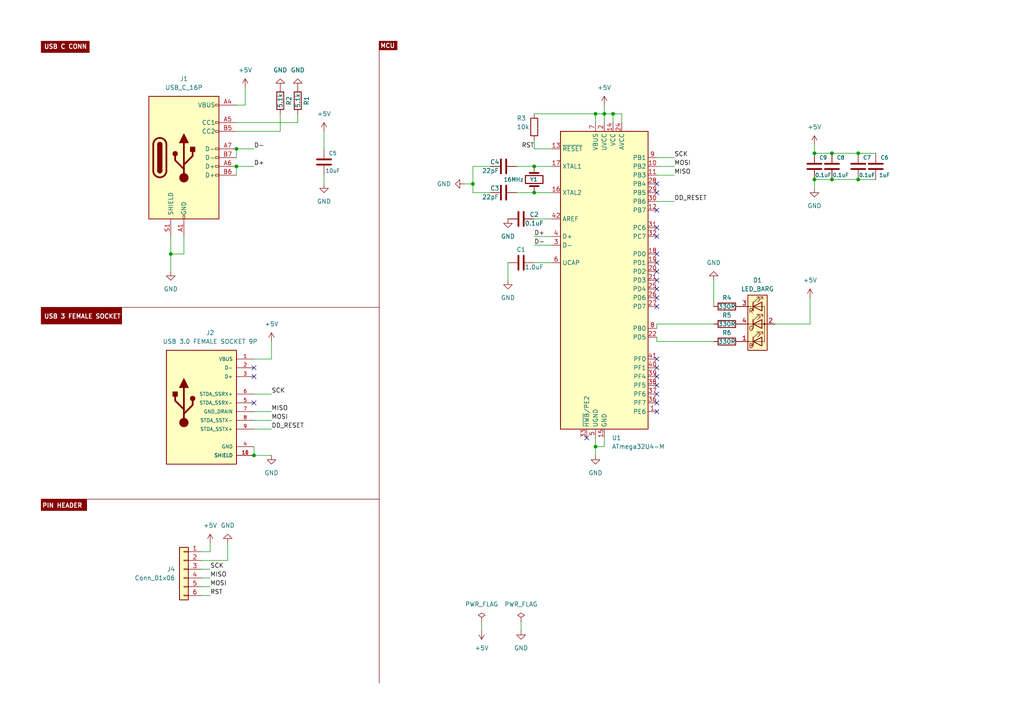
<source format=kicad_sch>
(kicad_sch (version 20230121) (generator eeschema)

  (uuid f69446c4-82a5-489d-b911-36801e0af0ae)

  (paper "A4")

  (title_block
    (title "Diabolic Drive Programmer")
    (date "2024-01-12")
    (rev "1.0")
    (company "UNIT 72784")
  )

  (lib_symbols
    (symbol "Connector:USB_C_Receptacle_USB2.0" (pin_names (offset 1.016)) (in_bom yes) (on_board yes)
      (property "Reference" "J1" (at 0 22.86 0)
        (effects (font (size 1.27 1.27)))
      )
      (property "Value" "USB_C_Receptacle_USB2.0" (at 0 20.32 0)
        (effects (font (size 1.27 1.27)))
      )
      (property "Footprint" "Connector_USB:USB_C_Receptacle_GCT_USB4105-xx-A_16P_TopMnt_Horizontal" (at 3.81 0 0)
        (effects (font (size 1.27 1.27)) hide)
      )
      (property "Datasheet" "https://www.usb.org/sites/default/files/documents/usb_type-c.zip" (at 3.81 0 0)
        (effects (font (size 1.27 1.27)) hide)
      )
      (property "ki_keywords" "usb universal serial bus type-C USB2.0" (at 0 0 0)
        (effects (font (size 1.27 1.27)) hide)
      )
      (property "ki_description" "USB 2.0-only Type-C Receptacle connector" (at 0 0 0)
        (effects (font (size 1.27 1.27)) hide)
      )
      (property "ki_fp_filters" "USB*C*Receptacle*" (at 0 0 0)
        (effects (font (size 1.27 1.27)) hide)
      )
      (symbol "USB_C_Receptacle_USB2.0_0_0"
        (rectangle (start -0.254 -17.78) (end 0.254 -16.764)
          (stroke (width 0) (type default))
          (fill (type none))
        )
        (rectangle (start 10.16 -4.826) (end 9.144 -5.334)
          (stroke (width 0) (type default))
          (fill (type none))
        )
        (rectangle (start 10.16 -2.286) (end 9.144 -2.794)
          (stroke (width 0) (type default))
          (fill (type none))
        )
        (rectangle (start 10.16 0.254) (end 9.144 -0.254)
          (stroke (width 0) (type default))
          (fill (type none))
        )
        (rectangle (start 10.16 2.794) (end 9.144 2.286)
          (stroke (width 0) (type default))
          (fill (type none))
        )
        (rectangle (start 10.16 7.874) (end 9.144 7.366)
          (stroke (width 0) (type default))
          (fill (type none))
        )
        (rectangle (start 10.16 10.414) (end 9.144 9.906)
          (stroke (width 0) (type default))
          (fill (type none))
        )
        (rectangle (start 10.16 15.494) (end 9.144 14.986)
          (stroke (width 0) (type default))
          (fill (type none))
        )
      )
      (symbol "USB_C_Receptacle_USB2.0_0_1"
        (rectangle (start -10.16 17.78) (end 10.16 -17.78)
          (stroke (width 0.254) (type default))
          (fill (type background))
        )
        (arc (start -8.89 -3.81) (mid -6.985 -5.7067) (end -5.08 -3.81)
          (stroke (width 0.508) (type default))
          (fill (type none))
        )
        (arc (start -7.62 -3.81) (mid -6.985 -4.4423) (end -6.35 -3.81)
          (stroke (width 0.254) (type default))
          (fill (type none))
        )
        (arc (start -7.62 -3.81) (mid -6.985 -4.4423) (end -6.35 -3.81)
          (stroke (width 0.254) (type default))
          (fill (type outline))
        )
        (rectangle (start -7.62 -3.81) (end -6.35 3.81)
          (stroke (width 0.254) (type default))
          (fill (type outline))
        )
        (arc (start -6.35 3.81) (mid -6.985 4.4423) (end -7.62 3.81)
          (stroke (width 0.254) (type default))
          (fill (type none))
        )
        (arc (start -6.35 3.81) (mid -6.985 4.4423) (end -7.62 3.81)
          (stroke (width 0.254) (type default))
          (fill (type outline))
        )
        (arc (start -5.08 3.81) (mid -6.985 5.7067) (end -8.89 3.81)
          (stroke (width 0.508) (type default))
          (fill (type none))
        )
        (circle (center -2.54 1.143) (radius 0.635)
          (stroke (width 0.254) (type default))
          (fill (type outline))
        )
        (circle (center 0 -5.842) (radius 1.27)
          (stroke (width 0) (type default))
          (fill (type outline))
        )
        (polyline
          (pts
            (xy -8.89 -3.81)
            (xy -8.89 3.81)
          )
          (stroke (width 0.508) (type default))
          (fill (type none))
        )
        (polyline
          (pts
            (xy -5.08 3.81)
            (xy -5.08 -3.81)
          )
          (stroke (width 0.508) (type default))
          (fill (type none))
        )
        (polyline
          (pts
            (xy 0 -5.842)
            (xy 0 4.318)
          )
          (stroke (width 0.508) (type default))
          (fill (type none))
        )
        (polyline
          (pts
            (xy 0 -3.302)
            (xy -2.54 -0.762)
            (xy -2.54 0.508)
          )
          (stroke (width 0.508) (type default))
          (fill (type none))
        )
        (polyline
          (pts
            (xy 0 -2.032)
            (xy 2.54 0.508)
            (xy 2.54 1.778)
          )
          (stroke (width 0.508) (type default))
          (fill (type none))
        )
        (polyline
          (pts
            (xy -1.27 4.318)
            (xy 0 6.858)
            (xy 1.27 4.318)
            (xy -1.27 4.318)
          )
          (stroke (width 0.254) (type default))
          (fill (type outline))
        )
        (rectangle (start 1.905 1.778) (end 3.175 3.048)
          (stroke (width 0.254) (type default))
          (fill (type outline))
        )
      )
      (symbol "USB_C_Receptacle_USB2.0_1_1"
        (pin passive line (at 0 -22.86 90) (length 5.08)
          (name "GND" (effects (font (size 1.27 1.27))))
          (number "A1" (effects (font (size 1.27 1.27))))
        )
        (pin passive line (at 0 -22.86 90) (length 5.08) hide
          (name "GND" (effects (font (size 1.27 1.27))))
          (number "A12" (effects (font (size 1.27 1.27))))
        )
        (pin passive line (at 15.24 15.24 180) (length 5.08)
          (name "VBUS" (effects (font (size 1.27 1.27))))
          (number "A4" (effects (font (size 1.27 1.27))))
        )
        (pin bidirectional line (at 15.24 10.16 180) (length 5.08)
          (name "CC1" (effects (font (size 1.27 1.27))))
          (number "A5" (effects (font (size 1.27 1.27))))
        )
        (pin bidirectional line (at 15.24 -2.54 180) (length 5.08)
          (name "D+" (effects (font (size 1.27 1.27))))
          (number "A6" (effects (font (size 1.27 1.27))))
        )
        (pin bidirectional line (at 15.24 2.54 180) (length 5.08)
          (name "D-" (effects (font (size 1.27 1.27))))
          (number "A7" (effects (font (size 1.27 1.27))))
        )
        (pin passive line (at 15.24 15.24 180) (length 5.08) hide
          (name "VBUS" (effects (font (size 1.27 1.27))))
          (number "A9" (effects (font (size 1.27 1.27))))
        )
        (pin passive line (at 0 -22.86 90) (length 5.08) hide
          (name "GND" (effects (font (size 1.27 1.27))))
          (number "B1" (effects (font (size 1.27 1.27))))
        )
        (pin passive line (at 0 -22.86 90) (length 5.08) hide
          (name "GND" (effects (font (size 1.27 1.27))))
          (number "B12" (effects (font (size 1.27 1.27))))
        )
        (pin passive line (at 15.24 15.24 180) (length 5.08) hide
          (name "VBUS" (effects (font (size 1.27 1.27))))
          (number "B4" (effects (font (size 1.27 1.27))))
        )
        (pin bidirectional line (at 15.24 7.62 180) (length 5.08)
          (name "CC2" (effects (font (size 1.27 1.27))))
          (number "B5" (effects (font (size 1.27 1.27))))
        )
        (pin bidirectional line (at 15.24 -5.08 180) (length 5.08)
          (name "D+" (effects (font (size 1.27 1.27))))
          (number "B6" (effects (font (size 1.27 1.27))))
        )
        (pin bidirectional line (at 15.24 0 180) (length 5.08)
          (name "D-" (effects (font (size 1.27 1.27))))
          (number "B7" (effects (font (size 1.27 1.27))))
        )
        (pin passive line (at 15.24 15.24 180) (length 5.08) hide
          (name "VBUS" (effects (font (size 1.27 1.27))))
          (number "B9" (effects (font (size 1.27 1.27))))
        )
        (pin passive line (at -3.81 -22.86 90) (length 5.08)
          (name "SHIELD" (effects (font (size 1.27 1.27))))
          (number "S1" (effects (font (size 1.27 1.27))))
        )
      )
    )
    (symbol "Connector_Generic:Conn_01x06" (pin_names (offset 1.016) hide) (in_bom yes) (on_board yes)
      (property "Reference" "J" (at 0 7.62 0)
        (effects (font (size 1.27 1.27)))
      )
      (property "Value" "Conn_01x06" (at 0 -10.16 0)
        (effects (font (size 1.27 1.27)))
      )
      (property "Footprint" "" (at 0 0 0)
        (effects (font (size 1.27 1.27)) hide)
      )
      (property "Datasheet" "~" (at 0 0 0)
        (effects (font (size 1.27 1.27)) hide)
      )
      (property "ki_keywords" "connector" (at 0 0 0)
        (effects (font (size 1.27 1.27)) hide)
      )
      (property "ki_description" "Generic connector, single row, 01x06, script generated (kicad-library-utils/schlib/autogen/connector/)" (at 0 0 0)
        (effects (font (size 1.27 1.27)) hide)
      )
      (property "ki_fp_filters" "Connector*:*_1x??_*" (at 0 0 0)
        (effects (font (size 1.27 1.27)) hide)
      )
      (symbol "Conn_01x06_1_1"
        (rectangle (start -1.27 -7.493) (end 0 -7.747)
          (stroke (width 0.1524) (type default))
          (fill (type none))
        )
        (rectangle (start -1.27 -4.953) (end 0 -5.207)
          (stroke (width 0.1524) (type default))
          (fill (type none))
        )
        (rectangle (start -1.27 -2.413) (end 0 -2.667)
          (stroke (width 0.1524) (type default))
          (fill (type none))
        )
        (rectangle (start -1.27 0.127) (end 0 -0.127)
          (stroke (width 0.1524) (type default))
          (fill (type none))
        )
        (rectangle (start -1.27 2.667) (end 0 2.413)
          (stroke (width 0.1524) (type default))
          (fill (type none))
        )
        (rectangle (start -1.27 5.207) (end 0 4.953)
          (stroke (width 0.1524) (type default))
          (fill (type none))
        )
        (rectangle (start -1.27 6.35) (end 1.27 -8.89)
          (stroke (width 0.254) (type default))
          (fill (type background))
        )
        (pin passive line (at -5.08 5.08 0) (length 3.81)
          (name "Pin_1" (effects (font (size 1.27 1.27))))
          (number "1" (effects (font (size 1.27 1.27))))
        )
        (pin passive line (at -5.08 2.54 0) (length 3.81)
          (name "Pin_2" (effects (font (size 1.27 1.27))))
          (number "2" (effects (font (size 1.27 1.27))))
        )
        (pin passive line (at -5.08 0 0) (length 3.81)
          (name "Pin_3" (effects (font (size 1.27 1.27))))
          (number "3" (effects (font (size 1.27 1.27))))
        )
        (pin passive line (at -5.08 -2.54 0) (length 3.81)
          (name "Pin_4" (effects (font (size 1.27 1.27))))
          (number "4" (effects (font (size 1.27 1.27))))
        )
        (pin passive line (at -5.08 -5.08 0) (length 3.81)
          (name "Pin_5" (effects (font (size 1.27 1.27))))
          (number "5" (effects (font (size 1.27 1.27))))
        )
        (pin passive line (at -5.08 -7.62 0) (length 3.81)
          (name "Pin_6" (effects (font (size 1.27 1.27))))
          (number "6" (effects (font (size 1.27 1.27))))
        )
      )
    )
    (symbol "Device:C" (pin_numbers hide) (pin_names (offset 0.254)) (in_bom yes) (on_board yes)
      (property "Reference" "C" (at 0.635 2.54 0)
        (effects (font (size 1.27 1.27)) (justify left))
      )
      (property "Value" "C" (at 0.635 -2.54 0)
        (effects (font (size 1.27 1.27)) (justify left))
      )
      (property "Footprint" "" (at 0.9652 -3.81 0)
        (effects (font (size 1.27 1.27)) hide)
      )
      (property "Datasheet" "~" (at 0 0 0)
        (effects (font (size 1.27 1.27)) hide)
      )
      (property "ki_keywords" "cap capacitor" (at 0 0 0)
        (effects (font (size 1.27 1.27)) hide)
      )
      (property "ki_description" "Unpolarized capacitor" (at 0 0 0)
        (effects (font (size 1.27 1.27)) hide)
      )
      (property "ki_fp_filters" "C_*" (at 0 0 0)
        (effects (font (size 1.27 1.27)) hide)
      )
      (symbol "C_0_1"
        (polyline
          (pts
            (xy -2.032 -0.762)
            (xy 2.032 -0.762)
          )
          (stroke (width 0.508) (type default))
          (fill (type none))
        )
        (polyline
          (pts
            (xy -2.032 0.762)
            (xy 2.032 0.762)
          )
          (stroke (width 0.508) (type default))
          (fill (type none))
        )
      )
      (symbol "C_1_1"
        (pin passive line (at 0 3.81 270) (length 2.794)
          (name "~" (effects (font (size 1.27 1.27))))
          (number "1" (effects (font (size 1.27 1.27))))
        )
        (pin passive line (at 0 -3.81 90) (length 2.794)
          (name "~" (effects (font (size 1.27 1.27))))
          (number "2" (effects (font (size 1.27 1.27))))
        )
      )
    )
    (symbol "Device:Crystal" (pin_numbers hide) (pin_names (offset 1.016) hide) (in_bom yes) (on_board yes)
      (property "Reference" "Y1" (at 0 1.27 90)
        (effects (font (size 1.15 1.15)) (justify right))
      )
      (property "Value" "16MHz" (at 0 8.89 90)
        (effects (font (size 1.15 1.15)) (justify right))
      )
      (property "Footprint" "Crystal:Crystal_SMD_5032-4Pin_5.0x3.2mm" (at 0 -5.08 0)
        (effects (font (size 1.27 1.27)) hide)
      )
      (property "Datasheet" "~" (at 0 0 0)
        (effects (font (size 1.27 1.27)) hide)
      )
      (property "ki_keywords" "quartz ceramic resonator oscillator" (at 0 0 0)
        (effects (font (size 1.27 1.27)) hide)
      )
      (property "ki_description" "Two pin crystal" (at 0 0 0)
        (effects (font (size 1.27 1.27)) hide)
      )
      (property "ki_fp_filters" "Crystal*" (at 0 0 0)
        (effects (font (size 1.27 1.27)) hide)
      )
      (symbol "Crystal_0_1"
        (rectangle (start -1.143 2.54) (end 1.143 -2.54)
          (stroke (width 0.3048) (type default))
          (fill (type none))
        )
        (polyline
          (pts
            (xy -2.54 0)
            (xy -1.905 0)
          )
          (stroke (width 0) (type default))
          (fill (type none))
        )
        (polyline
          (pts
            (xy -1.905 -1.27)
            (xy -1.905 1.27)
          )
          (stroke (width 0.508) (type default))
          (fill (type none))
        )
        (polyline
          (pts
            (xy 1.905 -1.27)
            (xy 1.905 1.27)
          )
          (stroke (width 0.508) (type default))
          (fill (type none))
        )
        (polyline
          (pts
            (xy 2.54 0)
            (xy 1.905 0)
          )
          (stroke (width 0) (type default))
          (fill (type none))
        )
      )
      (symbol "Crystal_1_1"
        (pin passive line (at -3.81 0 0) (length 1.27)
          (name "1" (effects (font (size 1.27 1.27))))
          (number "1" (effects (font (size 1.27 1.27))))
        )
        (pin passive line (at 3.81 0 180) (length 1.27)
          (name "3" (effects (font (size 1.27 1.27))))
          (number "3" (effects (font (size 1.27 1.27))))
        )
      )
    )
    (symbol "Device:LED_BARG" (pin_names (offset 0) hide) (in_bom yes) (on_board yes)
      (property "Reference" "D" (at 0 9.398 0)
        (effects (font (size 1.27 1.27)))
      )
      (property "Value" "LED_BARG" (at 0 -8.89 0)
        (effects (font (size 1.27 1.27)))
      )
      (property "Footprint" "" (at 0 -1.27 0)
        (effects (font (size 1.27 1.27)) hide)
      )
      (property "Datasheet" "~" (at 0 -1.27 0)
        (effects (font (size 1.27 1.27)) hide)
      )
      (property "ki_keywords" "LED RGB diode" (at 0 0 0)
        (effects (font (size 1.27 1.27)) hide)
      )
      (property "ki_description" "RGB LED, blue/anode/red/green" (at 0 0 0)
        (effects (font (size 1.27 1.27)) hide)
      )
      (property "ki_fp_filters" "LED* LED_SMD:* LED_THT:*" (at 0 0 0)
        (effects (font (size 1.27 1.27)) hide)
      )
      (symbol "LED_BARG_0_0"
        (text "B" (at -1.905 -6.35 0)
          (effects (font (size 1.27 1.27)))
        )
        (text "G" (at -1.905 -1.27 0)
          (effects (font (size 1.27 1.27)))
        )
        (text "R" (at -1.905 3.81 0)
          (effects (font (size 1.27 1.27)))
        )
      )
      (symbol "LED_BARG_0_1"
        (polyline
          (pts
            (xy -1.27 -5.08)
            (xy -2.54 -5.08)
          )
          (stroke (width 0) (type default))
          (fill (type none))
        )
        (polyline
          (pts
            (xy -1.27 -5.08)
            (xy 1.27 -5.08)
          )
          (stroke (width 0) (type default))
          (fill (type none))
        )
        (polyline
          (pts
            (xy -1.27 -3.81)
            (xy -1.27 -6.35)
          )
          (stroke (width 0.254) (type default))
          (fill (type none))
        )
        (polyline
          (pts
            (xy -1.27 0)
            (xy -2.54 0)
          )
          (stroke (width 0) (type default))
          (fill (type none))
        )
        (polyline
          (pts
            (xy -1.27 1.27)
            (xy -1.27 -1.27)
          )
          (stroke (width 0.254) (type default))
          (fill (type none))
        )
        (polyline
          (pts
            (xy -1.27 5.08)
            (xy -2.54 5.08)
          )
          (stroke (width 0) (type default))
          (fill (type none))
        )
        (polyline
          (pts
            (xy -1.27 5.08)
            (xy 1.27 5.08)
          )
          (stroke (width 0) (type default))
          (fill (type none))
        )
        (polyline
          (pts
            (xy -1.27 6.35)
            (xy -1.27 3.81)
          )
          (stroke (width 0.254) (type default))
          (fill (type none))
        )
        (polyline
          (pts
            (xy 1.27 0)
            (xy -1.27 0)
          )
          (stroke (width 0) (type default))
          (fill (type none))
        )
        (polyline
          (pts
            (xy 1.27 0)
            (xy 2.54 0)
          )
          (stroke (width 0) (type default))
          (fill (type none))
        )
        (polyline
          (pts
            (xy -1.27 1.27)
            (xy -1.27 -1.27)
            (xy -1.27 -1.27)
          )
          (stroke (width 0) (type default))
          (fill (type none))
        )
        (polyline
          (pts
            (xy -1.27 6.35)
            (xy -1.27 3.81)
            (xy -1.27 3.81)
          )
          (stroke (width 0) (type default))
          (fill (type none))
        )
        (polyline
          (pts
            (xy 1.27 -5.08)
            (xy 2.032 -5.08)
            (xy 2.032 5.08)
            (xy 1.27 5.08)
          )
          (stroke (width 0) (type default))
          (fill (type none))
        )
        (polyline
          (pts
            (xy 1.27 -3.81)
            (xy 1.27 -6.35)
            (xy -1.27 -5.08)
            (xy 1.27 -3.81)
          )
          (stroke (width 0.254) (type default))
          (fill (type none))
        )
        (polyline
          (pts
            (xy 1.27 1.27)
            (xy 1.27 -1.27)
            (xy -1.27 0)
            (xy 1.27 1.27)
          )
          (stroke (width 0.254) (type default))
          (fill (type none))
        )
        (polyline
          (pts
            (xy 1.27 6.35)
            (xy 1.27 3.81)
            (xy -1.27 5.08)
            (xy 1.27 6.35)
          )
          (stroke (width 0.254) (type default))
          (fill (type none))
        )
        (polyline
          (pts
            (xy -1.016 -3.81)
            (xy 0.508 -2.286)
            (xy -0.254 -2.286)
            (xy 0.508 -2.286)
            (xy 0.508 -3.048)
          )
          (stroke (width 0) (type default))
          (fill (type none))
        )
        (polyline
          (pts
            (xy -1.016 1.27)
            (xy 0.508 2.794)
            (xy -0.254 2.794)
            (xy 0.508 2.794)
            (xy 0.508 2.032)
          )
          (stroke (width 0) (type default))
          (fill (type none))
        )
        (polyline
          (pts
            (xy -1.016 6.35)
            (xy 0.508 7.874)
            (xy -0.254 7.874)
            (xy 0.508 7.874)
            (xy 0.508 7.112)
          )
          (stroke (width 0) (type default))
          (fill (type none))
        )
        (polyline
          (pts
            (xy 0 -3.81)
            (xy 1.524 -2.286)
            (xy 0.762 -2.286)
            (xy 1.524 -2.286)
            (xy 1.524 -3.048)
          )
          (stroke (width 0) (type default))
          (fill (type none))
        )
        (polyline
          (pts
            (xy 0 1.27)
            (xy 1.524 2.794)
            (xy 0.762 2.794)
            (xy 1.524 2.794)
            (xy 1.524 2.032)
          )
          (stroke (width 0) (type default))
          (fill (type none))
        )
        (polyline
          (pts
            (xy 0 6.35)
            (xy 1.524 7.874)
            (xy 0.762 7.874)
            (xy 1.524 7.874)
            (xy 1.524 7.112)
          )
          (stroke (width 0) (type default))
          (fill (type none))
        )
        (rectangle (start 1.27 -1.27) (end 1.27 1.27)
          (stroke (width 0) (type default))
          (fill (type none))
        )
        (rectangle (start 1.27 1.27) (end 1.27 1.27)
          (stroke (width 0) (type default))
          (fill (type none))
        )
        (rectangle (start 1.27 3.81) (end 1.27 6.35)
          (stroke (width 0) (type default))
          (fill (type none))
        )
        (rectangle (start 1.27 6.35) (end 1.27 6.35)
          (stroke (width 0) (type default))
          (fill (type none))
        )
        (circle (center 2.032 0) (radius 0.254)
          (stroke (width 0) (type default))
          (fill (type outline))
        )
        (rectangle (start 2.794 8.382) (end -2.794 -7.62)
          (stroke (width 0.254) (type default))
          (fill (type background))
        )
      )
      (symbol "LED_BARG_1_1"
        (pin passive line (at -5.08 -5.08 0) (length 2.54)
          (name "BK" (effects (font (size 1.27 1.27))))
          (number "1" (effects (font (size 1.27 1.27))))
        )
        (pin passive line (at 5.08 0 180) (length 2.54)
          (name "A" (effects (font (size 1.27 1.27))))
          (number "2" (effects (font (size 1.27 1.27))))
        )
        (pin passive line (at -5.08 5.08 0) (length 2.54)
          (name "RK" (effects (font (size 1.27 1.27))))
          (number "3" (effects (font (size 1.27 1.27))))
        )
        (pin passive line (at -5.08 0 0) (length 2.54)
          (name "GK" (effects (font (size 1.27 1.27))))
          (number "4" (effects (font (size 1.27 1.27))))
        )
      )
    )
    (symbol "Device:R" (pin_numbers hide) (pin_names (offset 0)) (in_bom yes) (on_board yes)
      (property "Reference" "R" (at 2.032 0 90)
        (effects (font (size 1.27 1.27)))
      )
      (property "Value" "R" (at 0 0 90)
        (effects (font (size 1.27 1.27)))
      )
      (property "Footprint" "" (at -1.778 0 90)
        (effects (font (size 1.27 1.27)) hide)
      )
      (property "Datasheet" "~" (at 0 0 0)
        (effects (font (size 1.27 1.27)) hide)
      )
      (property "ki_keywords" "R res resistor" (at 0 0 0)
        (effects (font (size 1.27 1.27)) hide)
      )
      (property "ki_description" "Resistor" (at 0 0 0)
        (effects (font (size 1.27 1.27)) hide)
      )
      (property "ki_fp_filters" "R_*" (at 0 0 0)
        (effects (font (size 1.27 1.27)) hide)
      )
      (symbol "R_0_1"
        (rectangle (start -1.016 -2.54) (end 1.016 2.54)
          (stroke (width 0.254) (type default))
          (fill (type none))
        )
      )
      (symbol "R_1_1"
        (pin passive line (at 0 3.81 270) (length 1.27)
          (name "~" (effects (font (size 1.27 1.27))))
          (number "1" (effects (font (size 1.27 1.27))))
        )
        (pin passive line (at 0 -3.81 90) (length 1.27)
          (name "~" (effects (font (size 1.27 1.27))))
          (number "2" (effects (font (size 1.27 1.27))))
        )
      )
    )
    (symbol "MCU_Microchip_ATmega:ATmega32U4-M" (in_bom yes) (on_board yes)
      (property "Reference" "U1" (at 2.1941 -45.72 0)
        (effects (font (size 1.27 1.27)) (justify left))
      )
      (property "Value" "ATmega32U4-M" (at 2.1941 -48.26 0)
        (effects (font (size 1.27 1.27)) (justify left))
      )
      (property "Footprint" "Package_DFN_QFN:QFN-44-1EP_7x7mm_P0.5mm_EP5.2x5.2mm" (at 0 0 0)
        (effects (font (size 1.27 1.27) italic) hide)
      )
      (property "Datasheet" "http://ww1.microchip.com/downloads/en/DeviceDoc/Atmel-7766-8-bit-AVR-ATmega16U4-32U4_Datasheet.pdf" (at 0 0 0)
        (effects (font (size 1.27 1.27)) hide)
      )
      (property "ki_keywords" "AVR 8bit Microcontroller MegaAVR USB" (at 0 0 0)
        (effects (font (size 1.27 1.27)) hide)
      )
      (property "ki_description" "16MHz, 32kB Flash, 2.5kB SRAM, 1kB EEPROM, USB 2.0, QFN-44" (at 0 0 0)
        (effects (font (size 1.27 1.27)) hide)
      )
      (property "ki_fp_filters" "QFN*1EP*7x7mm*P0.5mm*" (at 0 0 0)
        (effects (font (size 1.27 1.27)) hide)
      )
      (symbol "ATmega32U4-M_0_1"
        (rectangle (start -12.7 43.18) (end 12.7 -43.18)
          (stroke (width 0.254) (type default))
          (fill (type background))
        )
      )
      (symbol "ATmega32U4-M_1_1"
        (pin bidirectional line (at 15.24 -38.1 180) (length 2.54)
          (name "PE6" (effects (font (size 1.27 1.27))))
          (number "1" (effects (font (size 1.27 1.27))))
        )
        (pin bidirectional line (at 15.24 33.02 180) (length 2.54)
          (name "PB2" (effects (font (size 1.27 1.27))))
          (number "10" (effects (font (size 1.27 1.27))))
        )
        (pin bidirectional line (at 15.24 30.48 180) (length 2.54)
          (name "PB3" (effects (font (size 1.27 1.27))))
          (number "11" (effects (font (size 1.27 1.27))))
        )
        (pin bidirectional line (at 15.24 20.32 180) (length 2.54)
          (name "PB7" (effects (font (size 1.27 1.27))))
          (number "12" (effects (font (size 1.27 1.27))))
        )
        (pin input line (at -15.24 38.1 0) (length 2.54)
          (name "~{RESET}" (effects (font (size 1.27 1.27))))
          (number "13" (effects (font (size 1.27 1.27))))
        )
        (pin power_in line (at 2.54 45.72 270) (length 2.54)
          (name "VCC" (effects (font (size 1.27 1.27))))
          (number "14" (effects (font (size 1.27 1.27))))
        )
        (pin power_in line (at 0 -45.72 90) (length 2.54)
          (name "GND" (effects (font (size 1.27 1.27))))
          (number "15" (effects (font (size 1.27 1.27))))
        )
        (pin output line (at -15.24 25.4 0) (length 2.54)
          (name "XTAL2" (effects (font (size 1.27 1.27))))
          (number "16" (effects (font (size 1.27 1.27))))
        )
        (pin input line (at -15.24 33.02 0) (length 2.54)
          (name "XTAL1" (effects (font (size 1.27 1.27))))
          (number "17" (effects (font (size 1.27 1.27))))
        )
        (pin bidirectional line (at 15.24 7.62 180) (length 2.54)
          (name "PD0" (effects (font (size 1.27 1.27))))
          (number "18" (effects (font (size 1.27 1.27))))
        )
        (pin bidirectional line (at 15.24 5.08 180) (length 2.54)
          (name "PD1" (effects (font (size 1.27 1.27))))
          (number "19" (effects (font (size 1.27 1.27))))
        )
        (pin power_in line (at 0 45.72 270) (length 2.54)
          (name "UVCC" (effects (font (size 1.27 1.27))))
          (number "2" (effects (font (size 1.27 1.27))))
        )
        (pin bidirectional line (at 15.24 2.54 180) (length 2.54)
          (name "PD2" (effects (font (size 1.27 1.27))))
          (number "20" (effects (font (size 1.27 1.27))))
        )
        (pin bidirectional line (at 15.24 0 180) (length 2.54)
          (name "PD3" (effects (font (size 1.27 1.27))))
          (number "21" (effects (font (size 1.27 1.27))))
        )
        (pin bidirectional line (at 15.24 -16.51 180) (length 2.54)
          (name "PD5" (effects (font (size 1.27 1.27))))
          (number "22" (effects (font (size 1.27 1.27))))
        )
        (pin passive line (at 0 -45.72 90) (length 2.54) hide
          (name "GND" (effects (font (size 1.27 1.27))))
          (number "23" (effects (font (size 1.27 1.27))))
        )
        (pin power_in line (at 5.08 45.72 270) (length 2.54)
          (name "AVCC" (effects (font (size 1.27 1.27))))
          (number "24" (effects (font (size 1.27 1.27))))
        )
        (pin bidirectional line (at 15.24 -2.54 180) (length 2.54)
          (name "PD4" (effects (font (size 1.27 1.27))))
          (number "25" (effects (font (size 1.27 1.27))))
        )
        (pin bidirectional line (at 15.24 -5.08 180) (length 2.54)
          (name "PD6" (effects (font (size 1.27 1.27))))
          (number "26" (effects (font (size 1.27 1.27))))
        )
        (pin bidirectional line (at 15.24 -7.62 180) (length 2.54)
          (name "PD7" (effects (font (size 1.27 1.27))))
          (number "27" (effects (font (size 1.27 1.27))))
        )
        (pin bidirectional line (at 15.24 27.94 180) (length 2.54)
          (name "PB4" (effects (font (size 1.27 1.27))))
          (number "28" (effects (font (size 1.27 1.27))))
        )
        (pin bidirectional line (at 15.24 25.4 180) (length 2.54)
          (name "PB5" (effects (font (size 1.27 1.27))))
          (number "29" (effects (font (size 1.27 1.27))))
        )
        (pin bidirectional line (at -15.24 10.16 0) (length 2.54)
          (name "D-" (effects (font (size 1.27 1.27))))
          (number "3" (effects (font (size 1.27 1.27))))
        )
        (pin bidirectional line (at 15.24 22.86 180) (length 2.54)
          (name "PB6" (effects (font (size 1.27 1.27))))
          (number "30" (effects (font (size 1.27 1.27))))
        )
        (pin bidirectional line (at 15.24 15.24 180) (length 2.54)
          (name "PC6" (effects (font (size 1.27 1.27))))
          (number "31" (effects (font (size 1.27 1.27))))
        )
        (pin bidirectional line (at 15.24 12.7 180) (length 2.54)
          (name "PC7" (effects (font (size 1.27 1.27))))
          (number "32" (effects (font (size 1.27 1.27))))
        )
        (pin bidirectional line (at -5.08 -45.72 90) (length 2.54)
          (name "~{HWB}/PE2" (effects (font (size 1.27 1.27))))
          (number "33" (effects (font (size 1.27 1.27))))
        )
        (pin passive line (at 2.54 45.72 270) (length 2.54) hide
          (name "VCC" (effects (font (size 1.27 1.27))))
          (number "34" (effects (font (size 1.27 1.27))))
        )
        (pin passive line (at 0 -45.72 90) (length 2.54) hide
          (name "GND" (effects (font (size 1.27 1.27))))
          (number "35" (effects (font (size 1.27 1.27))))
        )
        (pin bidirectional line (at 15.24 -35.56 180) (length 2.54)
          (name "PF7" (effects (font (size 1.27 1.27))))
          (number "36" (effects (font (size 1.27 1.27))))
        )
        (pin bidirectional line (at 15.24 -33.02 180) (length 2.54)
          (name "PF6" (effects (font (size 1.27 1.27))))
          (number "37" (effects (font (size 1.27 1.27))))
        )
        (pin bidirectional line (at 15.24 -30.48 180) (length 2.54)
          (name "PF5" (effects (font (size 1.27 1.27))))
          (number "38" (effects (font (size 1.27 1.27))))
        )
        (pin bidirectional line (at 15.24 -27.94 180) (length 2.54)
          (name "PF4" (effects (font (size 1.27 1.27))))
          (number "39" (effects (font (size 1.27 1.27))))
        )
        (pin bidirectional line (at -15.24 12.7 0) (length 2.54)
          (name "D+" (effects (font (size 1.27 1.27))))
          (number "4" (effects (font (size 1.27 1.27))))
        )
        (pin bidirectional line (at 15.24 -25.4 180) (length 2.54)
          (name "PF1" (effects (font (size 1.27 1.27))))
          (number "40" (effects (font (size 1.27 1.27))))
        )
        (pin bidirectional line (at 15.24 -22.86 180) (length 2.54)
          (name "PF0" (effects (font (size 1.27 1.27))))
          (number "41" (effects (font (size 1.27 1.27))))
        )
        (pin passive line (at -15.24 17.78 0) (length 2.54)
          (name "AREF" (effects (font (size 1.27 1.27))))
          (number "42" (effects (font (size 1.27 1.27))))
        )
        (pin passive line (at 0 -45.72 90) (length 2.54) hide
          (name "GND" (effects (font (size 1.27 1.27))))
          (number "43" (effects (font (size 1.27 1.27))))
        )
        (pin passive line (at 5.08 45.72 270) (length 2.54) hide
          (name "AVCC" (effects (font (size 1.27 1.27))))
          (number "44" (effects (font (size 1.27 1.27))))
        )
        (pin passive line (at 0 -45.72 90) (length 2.54) hide
          (name "GND" (effects (font (size 1.27 1.27))))
          (number "45" (effects (font (size 1.27 1.27))))
        )
        (pin passive line (at -2.54 -45.72 90) (length 2.54)
          (name "UGND" (effects (font (size 1.27 1.27))))
          (number "5" (effects (font (size 1.27 1.27))))
        )
        (pin passive line (at -15.24 5.08 0) (length 2.54)
          (name "UCAP" (effects (font (size 1.27 1.27))))
          (number "6" (effects (font (size 1.27 1.27))))
        )
        (pin input line (at -2.54 45.72 270) (length 2.54)
          (name "VBUS" (effects (font (size 1.27 1.27))))
          (number "7" (effects (font (size 1.27 1.27))))
        )
        (pin bidirectional line (at 15.24 -13.97 180) (length 2.54)
          (name "PB0" (effects (font (size 1.27 1.27))))
          (number "8" (effects (font (size 1.27 1.27))))
        )
        (pin bidirectional line (at 15.24 35.56 180) (length 2.54)
          (name "PB1" (effects (font (size 1.27 1.27))))
          (number "9" (effects (font (size 1.27 1.27))))
        )
      )
    )
    (symbol "USB1075-XX-X-X_REVE:USB1075-XX-X-X_REVE" (pin_names (offset 1.016)) (in_bom yes) (on_board yes)
      (property "Reference" "J2" (at 0 20.32 0)
        (effects (font (size 1.27 1.27)))
      )
      (property "Value" "USB 3.0 FEMALE SOCKET 9P" (at 0 17.78 0)
        (effects (font (size 1.27 1.27)))
      )
      (property "Footprint" "Connector_USB:GCT_USB1075-XX-X-X_REVE" (at 1.27 -22.86 0)
        (effects (font (size 1.27 1.27)) (justify bottom) hide)
      )
      (property "Datasheet" "" (at 0 0 0)
        (effects (font (size 1.27 1.27)) hide)
      )
      (property "Description" "\nUSB-A (USB TYPE-A) USB 3.2 Gen 1 (USB 3.1 Gen 1, Superspeed (USB 3.0)) Receptacle Connector 9 Position Through Hole, Right Angle\n" (at 1.27 -20.32 0)
        (effects (font (size 1.27 1.27)) (justify bottom) hide)
      )
      (property "MF" "Global Connector Technology" (at 1.27 -24.13 0)
        (effects (font (size 1.27 1.27)) (justify bottom) hide)
      )
      (property "Package" "None" (at 15.24 6.35 0)
        (effects (font (size 1.27 1.27)) (justify bottom) hide)
      )
      (property "Price" "None" (at 11.43 5.08 0)
        (effects (font (size 1.27 1.27)) (justify bottom) hide)
      )
      (property "Check_prices" "https://www.snapeda.com/parts/USB1075-30-P-B/Global+Connector+Technology/view-part/?ref=eda" (at 1.27 -24.13 0)
        (effects (font (size 1.27 1.27)) (justify bottom) hide)
      )
      (property "SnapEDA_Link" "https://www.snapeda.com/parts/USB1075-30-P-B/Global+Connector+Technology/view-part/?ref=snap" (at 1.27 -24.13 0)
        (effects (font (size 1.27 1.27)) (justify bottom) hide)
      )
      (property "MP" "USB1075-30-P-B" (at -34.29 -15.24 0)
        (effects (font (size 1.27 1.27)) (justify bottom) hide)
      )
      (property "Availability" "" (at 12.7 6.35 0)
        (effects (font (size 1.27 1.27)) (justify bottom) hide)
      )
      (property "MANUFACTURER" "GCT" (at 11.43 3.81 0)
        (effects (font (size 1.27 1.27)) (justify bottom) hide)
      )
      (symbol "USB1075-XX-X-X_REVE_0_0"
        (rectangle (start -7.62 15.24) (end 12.7 -17.78)
          (stroke (width 0.254) (type default))
          (fill (type background))
        )
        (pin power_in line (at -12.7 12.7 0) (length 5.08)
          (name "VBUS" (effects (font (size 1.016 1.016))))
          (number "1" (effects (font (size 1.016 1.016))))
        )
        (pin passive line (at -12.7 -15.24 0) (length 5.08)
          (name "SHIELD" (effects (font (size 1.016 1.016))))
          (number "10" (effects (font (size 1.016 1.016))))
        )
        (pin passive line (at -12.7 -15.24 0) (length 5.08)
          (name "SHIELD" (effects (font (size 1.016 1.016))))
          (number "11" (effects (font (size 1.016 1.016))))
        )
        (pin bidirectional line (at -12.7 10.16 0) (length 5.08)
          (name "D-" (effects (font (size 1.016 1.016))))
          (number "2" (effects (font (size 1.016 1.016))))
        )
        (pin bidirectional line (at -12.7 7.62 0) (length 5.08)
          (name "D+" (effects (font (size 1.016 1.016))))
          (number "3" (effects (font (size 1.016 1.016))))
        )
        (pin passive line (at -12.7 -12.7 0) (length 5.08)
          (name "GND" (effects (font (size 1.016 1.016))))
          (number "4" (effects (font (size 1.016 1.016))))
        )
        (pin input line (at -12.7 0 0) (length 5.08)
          (name "STDA_SSRX-" (effects (font (size 1.016 1.016))))
          (number "5" (effects (font (size 1.016 1.016))))
        )
        (pin input line (at -12.7 2.54 0) (length 5.08)
          (name "STDA_SSRX+" (effects (font (size 1.016 1.016))))
          (number "6" (effects (font (size 1.016 1.016))))
        )
        (pin passive line (at -12.7 -2.54 0) (length 5.08)
          (name "GND_DRAIN" (effects (font (size 1.016 1.016))))
          (number "7" (effects (font (size 1.016 1.016))))
        )
        (pin output line (at -12.7 -5.08 0) (length 5.08)
          (name "STDA_SSTX-" (effects (font (size 1.016 1.016))))
          (number "8" (effects (font (size 1.016 1.016))))
        )
        (pin output line (at -12.7 -7.62 0) (length 5.08)
          (name "STDA_SSTX+" (effects (font (size 1.016 1.016))))
          (number "9" (effects (font (size 1.016 1.016))))
        )
      )
      (symbol "USB1075-XX-X-X_REVE_0_1"
        (polyline
          (pts
            (xy 7.62 -5.715)
            (xy 7.62 4.445)
          )
          (stroke (width 0.508) (type default))
          (fill (type none))
        )
        (polyline
          (pts
            (xy 7.62 -3.175)
            (xy 5.08 -0.635)
            (xy 5.08 0.635)
          )
          (stroke (width 0.508) (type default))
          (fill (type none))
        )
        (polyline
          (pts
            (xy 7.62 -1.905)
            (xy 10.16 0.635)
            (xy 10.16 1.905)
          )
          (stroke (width 0.508) (type default))
          (fill (type none))
        )
        (polyline
          (pts
            (xy 6.35 4.445)
            (xy 7.62 6.985)
            (xy 8.89 4.445)
            (xy 6.35 4.445)
          )
          (stroke (width 0.254) (type default))
          (fill (type outline))
        )
        (circle (center 5.08 1.27) (radius 0.635)
          (stroke (width 0.254) (type default))
          (fill (type outline))
        )
        (circle (center 7.62 -5.715) (radius 1.27)
          (stroke (width 0) (type default))
          (fill (type outline))
        )
        (rectangle (start 9.525 1.905) (end 10.795 3.175)
          (stroke (width 0.254) (type default))
          (fill (type outline))
        )
      )
    )
    (symbol "power:+5V" (power) (pin_names (offset 0)) (in_bom yes) (on_board yes)
      (property "Reference" "#PWR" (at 0 -3.81 0)
        (effects (font (size 1.27 1.27)) hide)
      )
      (property "Value" "+5V" (at 0 3.556 0)
        (effects (font (size 1.27 1.27)))
      )
      (property "Footprint" "" (at 0 0 0)
        (effects (font (size 1.27 1.27)) hide)
      )
      (property "Datasheet" "" (at 0 0 0)
        (effects (font (size 1.27 1.27)) hide)
      )
      (property "ki_keywords" "global power" (at 0 0 0)
        (effects (font (size 1.27 1.27)) hide)
      )
      (property "ki_description" "Power symbol creates a global label with name \"+5V\"" (at 0 0 0)
        (effects (font (size 1.27 1.27)) hide)
      )
      (symbol "+5V_0_1"
        (polyline
          (pts
            (xy -0.762 1.27)
            (xy 0 2.54)
          )
          (stroke (width 0) (type default))
          (fill (type none))
        )
        (polyline
          (pts
            (xy 0 0)
            (xy 0 2.54)
          )
          (stroke (width 0) (type default))
          (fill (type none))
        )
        (polyline
          (pts
            (xy 0 2.54)
            (xy 0.762 1.27)
          )
          (stroke (width 0) (type default))
          (fill (type none))
        )
      )
      (symbol "+5V_1_1"
        (pin power_in line (at 0 0 90) (length 0) hide
          (name "+5V" (effects (font (size 1.27 1.27))))
          (number "1" (effects (font (size 1.27 1.27))))
        )
      )
    )
    (symbol "power:GND" (power) (pin_names (offset 0)) (in_bom yes) (on_board yes)
      (property "Reference" "#PWR" (at 0 -6.35 0)
        (effects (font (size 1.27 1.27)) hide)
      )
      (property "Value" "GND" (at 0 -3.81 0)
        (effects (font (size 1.27 1.27)))
      )
      (property "Footprint" "" (at 0 0 0)
        (effects (font (size 1.27 1.27)) hide)
      )
      (property "Datasheet" "" (at 0 0 0)
        (effects (font (size 1.27 1.27)) hide)
      )
      (property "ki_keywords" "global power" (at 0 0 0)
        (effects (font (size 1.27 1.27)) hide)
      )
      (property "ki_description" "Power symbol creates a global label with name \"GND\" , ground" (at 0 0 0)
        (effects (font (size 1.27 1.27)) hide)
      )
      (symbol "GND_0_1"
        (polyline
          (pts
            (xy 0 0)
            (xy 0 -1.27)
            (xy 1.27 -1.27)
            (xy 0 -2.54)
            (xy -1.27 -1.27)
            (xy 0 -1.27)
          )
          (stroke (width 0) (type default))
          (fill (type none))
        )
      )
      (symbol "GND_1_1"
        (pin power_in line (at 0 0 270) (length 0) hide
          (name "GND" (effects (font (size 1.27 1.27))))
          (number "1" (effects (font (size 1.27 1.27))))
        )
      )
    )
    (symbol "power:PWR_FLAG" (power) (pin_numbers hide) (pin_names (offset 0) hide) (in_bom yes) (on_board yes)
      (property "Reference" "#FLG" (at 0 1.905 0)
        (effects (font (size 1.27 1.27)) hide)
      )
      (property "Value" "PWR_FLAG" (at 0 3.81 0)
        (effects (font (size 1.27 1.27)))
      )
      (property "Footprint" "" (at 0 0 0)
        (effects (font (size 1.27 1.27)) hide)
      )
      (property "Datasheet" "~" (at 0 0 0)
        (effects (font (size 1.27 1.27)) hide)
      )
      (property "ki_keywords" "flag power" (at 0 0 0)
        (effects (font (size 1.27 1.27)) hide)
      )
      (property "ki_description" "Special symbol for telling ERC where power comes from" (at 0 0 0)
        (effects (font (size 1.27 1.27)) hide)
      )
      (symbol "PWR_FLAG_0_0"
        (pin power_out line (at 0 0 90) (length 0)
          (name "pwr" (effects (font (size 1.27 1.27))))
          (number "1" (effects (font (size 1.27 1.27))))
        )
      )
      (symbol "PWR_FLAG_0_1"
        (polyline
          (pts
            (xy 0 0)
            (xy 0 1.27)
            (xy -1.016 1.905)
            (xy 0 2.54)
            (xy 1.016 1.905)
            (xy 0 1.27)
          )
          (stroke (width 0) (type default))
          (fill (type none))
        )
      )
    )
  )

  (junction (at 154.94 55.88) (diameter 0) (color 0 0 0 0)
    (uuid 03e42200-501a-46cf-9d6b-d884a8ccada7)
  )
  (junction (at 154.94 48.26) (diameter 0) (color 0 0 0 0)
    (uuid 0755a236-fcff-429d-93c6-69667af97771)
  )
  (junction (at 172.72 129.54) (diameter 0) (color 0 0 0 0)
    (uuid 1da5ffaa-f214-4745-b99c-2884ad5f9520)
  )
  (junction (at 248.92 44.45) (diameter 0) (color 0 0 0 0)
    (uuid 26f4e638-0458-4719-88cc-f89e75d7c4bf)
  )
  (junction (at 137.16 53.34) (diameter 0) (color 0 0 0 0)
    (uuid 55054548-d54e-403f-9749-732a7fdc7e40)
  )
  (junction (at 68.58 43.18) (diameter 0) (color 0 0 0 0)
    (uuid 80a2a762-8a3d-410d-b3b6-392e5c2f6fa4)
  )
  (junction (at 241.3 52.07) (diameter 0) (color 0 0 0 0)
    (uuid 892696d2-db31-4582-9603-56732878d95d)
  )
  (junction (at 241.3 44.45) (diameter 0) (color 0 0 0 0)
    (uuid 8c8ee495-f7fe-4bf9-904f-27daa46262ea)
  )
  (junction (at 73.66 132.08) (diameter 0) (color 0 0 0 0)
    (uuid 93fc8055-61e6-4361-b02b-8794cd34f9e3)
  )
  (junction (at 172.72 33.02) (diameter 0) (color 0 0 0 0)
    (uuid a8cc8664-a486-4951-b71f-2a54624f1b6d)
  )
  (junction (at 177.8 33.02) (diameter 0) (color 0 0 0 0)
    (uuid ad9cee45-bbe6-4d74-bb60-7aaf026f5f1f)
  )
  (junction (at 175.26 33.02) (diameter 0) (color 0 0 0 0)
    (uuid b4f38214-d5c0-4aed-90cc-58ef6f019059)
  )
  (junction (at 49.53 73.66) (diameter 0) (color 0 0 0 0)
    (uuid dd7d474e-72b2-4338-9119-df93ff62ea4e)
  )
  (junction (at 248.92 52.07) (diameter 0) (color 0 0 0 0)
    (uuid de258b6c-c12f-4453-8e3f-a8a85c4d0f08)
  )
  (junction (at 236.22 44.45) (diameter 0) (color 0 0 0 0)
    (uuid e7480128-3baa-4e64-950c-34d149deccf0)
  )
  (junction (at 236.22 52.07) (diameter 0) (color 0 0 0 0)
    (uuid eec3781d-8790-44f0-9a2a-0409a2595163)
  )
  (junction (at 68.58 48.26) (diameter 0) (color 0 0 0 0)
    (uuid fe07311d-e00f-4697-97b2-c35fc7a3dc7c)
  )

  (no_connect (at 190.5 116.84) (uuid 03f01e28-208a-413c-a72e-877290344d89))
  (no_connect (at 190.5 55.88) (uuid 0ac0ce54-0057-441d-a9c0-1952134a94a6))
  (no_connect (at 73.66 106.68) (uuid 0d2f5f70-c50c-4439-9b5f-fced23d599a6))
  (no_connect (at 190.5 83.82) (uuid 1452bebd-2658-4554-9c23-8a31efd3997c))
  (no_connect (at 190.5 104.14) (uuid 155c7d81-7cfb-4a15-87bf-1608f7053c2f))
  (no_connect (at 190.5 119.38) (uuid 172b1449-2870-4920-adbe-5ba6ade8393f))
  (no_connect (at 190.5 88.9) (uuid 2fee9f31-2a3e-4bc2-aa2d-40574eb31362))
  (no_connect (at 73.66 109.22) (uuid 35de199b-9ac1-4dfb-b76e-525894da9814))
  (no_connect (at 190.5 109.22) (uuid 36e775d5-b17c-44e8-a6e0-de04b9c1e06e))
  (no_connect (at 190.5 86.36) (uuid 3945c516-6652-4533-982c-d641189df5fb))
  (no_connect (at 190.5 114.3) (uuid 4150ab7c-6944-456c-ae46-e7ec86a8e0bd))
  (no_connect (at 170.18 127) (uuid 4ceac881-9637-4271-8daa-0a75b8df4d50))
  (no_connect (at 190.5 53.34) (uuid 529d9d2c-1d99-4f29-a170-95e92806f738))
  (no_connect (at 190.5 66.04) (uuid 59a017e7-db96-4b86-8a4e-a0780b00bb07))
  (no_connect (at 190.5 111.76) (uuid 5b53ee44-d766-4a35-a5e8-cd901040c99e))
  (no_connect (at 73.66 116.84) (uuid 801194cd-7c2a-4b1f-91ba-5193a1c0f69d))
  (no_connect (at 190.5 78.74) (uuid 8420ebfa-c972-49f8-9fc9-efecc3d7ed7e))
  (no_connect (at 190.5 76.2) (uuid a86e1708-fc11-45ee-a441-2e9a961fd207))
  (no_connect (at 190.5 60.96) (uuid ae6caa30-3cb5-43c0-8fbc-1b872f8811e5))
  (no_connect (at 190.5 81.28) (uuid aef4b535-9d34-4437-b41c-536b2eb2fb98))
  (no_connect (at 190.5 106.68) (uuid b56eaff6-5e36-4b18-83f4-86c635631b07))
  (no_connect (at 190.5 68.58) (uuid ca527ba6-8487-41f0-8960-4f0ef350c488))
  (no_connect (at 190.5 73.66) (uuid f4d3c117-a6ef-401e-afe3-61fbdfbc27f8))

  (wire (pts (xy 93.98 50.8) (xy 93.98 53.34))
    (stroke (width 0) (type default))
    (uuid 064cc9df-38a5-4eab-a8f6-6fa23a391395)
  )
  (wire (pts (xy 154.94 63.5) (xy 160.02 63.5))
    (stroke (width 0) (type default))
    (uuid 06f801b8-92f1-4bf5-a0be-276c38103ccd)
  )
  (wire (pts (xy 73.66 132.08) (xy 78.74 132.08))
    (stroke (width 0) (type default))
    (uuid 09d254ce-09ba-45a9-9cc9-43a214ee8a47)
  )
  (wire (pts (xy 172.72 35.56) (xy 172.72 33.02))
    (stroke (width 0) (type default))
    (uuid 0d9c1362-b631-46db-95ed-dda08b8590cb)
  )
  (wire (pts (xy 172.72 129.54) (xy 175.26 129.54))
    (stroke (width 0) (type default))
    (uuid 0ee4cdea-bd5d-4ba8-9978-e26c00f9f2b2)
  )
  (wire (pts (xy 60.96 157.48) (xy 60.96 160.02))
    (stroke (width 0) (type default))
    (uuid 0fa94ae7-25ad-4d11-bd8c-28befae7b5a6)
  )
  (wire (pts (xy 81.28 33.02) (xy 81.28 38.1))
    (stroke (width 0) (type default))
    (uuid 10291cf0-31e5-442c-9125-a8882562d3e4)
  )
  (wire (pts (xy 66.04 157.48) (xy 66.04 162.56))
    (stroke (width 0) (type default))
    (uuid 134cf192-845e-4063-af14-39058b6d8b00)
  )
  (wire (pts (xy 78.74 99.06) (xy 78.74 104.14))
    (stroke (width 0) (type default))
    (uuid 15445da6-682c-4113-b192-8f6c8b54f534)
  )
  (wire (pts (xy 68.58 48.26) (xy 68.58 50.8))
    (stroke (width 0) (type default))
    (uuid 15956365-36e9-48bc-bfbc-aaa4fc4681af)
  )
  (wire (pts (xy 139.7 180.34) (xy 139.7 182.88))
    (stroke (width 0) (type default))
    (uuid 1ea032bb-e02c-49d1-af8c-666efa362b26)
  )
  (wire (pts (xy 207.01 81.28) (xy 207.01 88.9))
    (stroke (width 0) (type default))
    (uuid 21a38410-e45a-478c-854c-e56c260be791)
  )
  (wire (pts (xy 175.26 33.02) (xy 175.26 35.56))
    (stroke (width 0) (type default))
    (uuid 2229bfea-a8a8-45ee-9506-a9f73b40f9a7)
  )
  (wire (pts (xy 190.5 99.06) (xy 190.5 97.79))
    (stroke (width 0) (type default))
    (uuid 244ee8c0-2e93-4876-8408-b003db72f665)
  )
  (wire (pts (xy 241.3 44.45) (xy 236.22 44.45))
    (stroke (width 0) (type default))
    (uuid 24e8e0e4-f360-41bf-b37c-f8f6dd75c0f2)
  )
  (wire (pts (xy 68.58 38.1) (xy 81.28 38.1))
    (stroke (width 0) (type default))
    (uuid 26638d47-e731-46d4-bbe1-d6f15bc12eaa)
  )
  (wire (pts (xy 190.5 58.42) (xy 195.58 58.42))
    (stroke (width 0) (type default))
    (uuid 2665be34-18b1-457c-b361-2149669bb809)
  )
  (wire (pts (xy 190.5 45.72) (xy 195.58 45.72))
    (stroke (width 0) (type default))
    (uuid 270a7902-7688-4fe7-a7bc-1203d3945bb5)
  )
  (wire (pts (xy 149.86 55.88) (xy 154.94 55.88))
    (stroke (width 0) (type default))
    (uuid 2784ad50-3daa-4864-a5e1-07f67e7fc600)
  )
  (wire (pts (xy 154.94 55.88) (xy 160.02 55.88))
    (stroke (width 0) (type default))
    (uuid 2b1182d2-c815-4cf7-b575-c7c1d8827d7c)
  )
  (polyline (pts (xy 109.982 89.154) (xy 109.982 144.78))
    (stroke (width 0) (type default) (color 132 0 0 1))
    (uuid 2b548105-26d5-4a5d-83b6-37a1177188f0)
  )

  (wire (pts (xy 147.32 76.2) (xy 147.32 81.28))
    (stroke (width 0) (type default))
    (uuid 2b8119aa-0cd9-4865-9f42-b63d10659114)
  )
  (wire (pts (xy 49.53 68.58) (xy 49.53 73.66))
    (stroke (width 0) (type default))
    (uuid 2fc04a1e-8c8c-44ef-a700-32d4f0ab53ca)
  )
  (wire (pts (xy 137.16 55.88) (xy 137.16 53.34))
    (stroke (width 0) (type default))
    (uuid 34d44309-6120-4455-9c3d-db032fff783f)
  )
  (wire (pts (xy 207.01 93.98) (xy 190.5 93.98))
    (stroke (width 0) (type default))
    (uuid 34db1e16-910a-4a6f-bf83-d7b4939893eb)
  )
  (wire (pts (xy 49.53 73.66) (xy 49.53 78.74))
    (stroke (width 0) (type default))
    (uuid 35932cc5-f5b9-4134-bbfd-419b4960324a)
  )
  (wire (pts (xy 172.72 129.54) (xy 172.72 132.08))
    (stroke (width 0) (type default))
    (uuid 38c150f4-2f28-4fe7-b0d8-0340f086ca48)
  )
  (wire (pts (xy 154.94 76.2) (xy 160.02 76.2))
    (stroke (width 0) (type default))
    (uuid 3a0d1bed-446c-4115-b1fa-71323021d4ca)
  )
  (wire (pts (xy 172.72 127) (xy 172.72 129.54))
    (stroke (width 0) (type default))
    (uuid 414970e2-9b5f-4274-a753-edec850defaa)
  )
  (wire (pts (xy 248.92 44.45) (xy 241.3 44.45))
    (stroke (width 0) (type default))
    (uuid 475aa79d-1d08-41bc-9021-7b80ea95413e)
  )
  (wire (pts (xy 149.86 48.26) (xy 154.94 48.26))
    (stroke (width 0) (type default))
    (uuid 48ca2cf9-a136-49b1-9163-8d47124491d1)
  )
  (wire (pts (xy 172.72 33.02) (xy 175.26 33.02))
    (stroke (width 0) (type default))
    (uuid 4c7e2aa5-fb2f-4f2e-96f6-fd38d3ac41de)
  )
  (wire (pts (xy 154.94 43.18) (xy 160.02 43.18))
    (stroke (width 0) (type default))
    (uuid 514507bf-54e4-416b-9602-a5b30d9584ed)
  )
  (wire (pts (xy 137.16 53.34) (xy 137.16 48.26))
    (stroke (width 0) (type default))
    (uuid 564dec16-1111-4ee5-ac7c-2db65301eafb)
  )
  (wire (pts (xy 190.5 48.26) (xy 195.58 48.26))
    (stroke (width 0) (type default))
    (uuid 5d7fa52d-e5cd-480a-89f9-aace04c8b04d)
  )
  (wire (pts (xy 177.8 35.56) (xy 177.8 33.02))
    (stroke (width 0) (type default))
    (uuid 5dcb6361-1e88-4cee-82fe-c0f63c8ed3f8)
  )
  (wire (pts (xy 68.58 43.18) (xy 68.58 45.72))
    (stroke (width 0) (type default))
    (uuid 6465fa95-c5c0-4a7f-84ee-e4acf376d22a)
  )
  (wire (pts (xy 73.66 119.38) (xy 78.74 119.38))
    (stroke (width 0) (type default))
    (uuid 69e8b167-1eee-47cd-afca-d9f04d05b256)
  )
  (wire (pts (xy 224.79 93.98) (xy 234.95 93.98))
    (stroke (width 0) (type default))
    (uuid 6d060346-ee29-45aa-9552-60431ff8b22a)
  )
  (wire (pts (xy 234.95 86.36) (xy 234.95 93.98))
    (stroke (width 0) (type default))
    (uuid 6fce5163-8fb4-4759-b0ba-ccbc3a2a6c4a)
  )
  (wire (pts (xy 58.42 170.18) (xy 60.96 170.18))
    (stroke (width 0) (type default))
    (uuid 71642272-2220-49a1-9dac-03c6178d8242)
  )
  (wire (pts (xy 58.42 167.64) (xy 60.96 167.64))
    (stroke (width 0) (type default))
    (uuid 751d080e-e289-47a4-9968-93631825a664)
  )
  (wire (pts (xy 78.74 124.46) (xy 73.66 124.46))
    (stroke (width 0) (type default))
    (uuid 7795db97-7e43-4082-b04e-e318528a9758)
  )
  (polyline (pts (xy 11.938 89.154) (xy 109.982 89.154))
    (stroke (width 0) (type default) (color 132 0 0 1))
    (uuid 80f72369-ef96-47db-9ff9-fd5207f70b2f)
  )

  (wire (pts (xy 73.66 114.3) (xy 78.74 114.3))
    (stroke (width 0) (type default))
    (uuid 839340b7-df80-497e-ad02-912217af4a49)
  )
  (wire (pts (xy 177.8 33.02) (xy 175.26 33.02))
    (stroke (width 0) (type default))
    (uuid 8a898045-be4b-4405-8859-0bb21d55d7b1)
  )
  (wire (pts (xy 154.94 33.02) (xy 172.72 33.02))
    (stroke (width 0) (type default))
    (uuid 8be31867-611e-4e43-88e4-ded89d5a716c)
  )
  (wire (pts (xy 58.42 162.56) (xy 66.04 162.56))
    (stroke (width 0) (type default))
    (uuid 8c1947ec-f202-4716-9824-5c8414e6dcbc)
  )
  (wire (pts (xy 154.94 68.58) (xy 160.02 68.58))
    (stroke (width 0) (type default))
    (uuid 8e424001-4d70-49a4-a511-7a07370187e4)
  )
  (wire (pts (xy 190.5 50.8) (xy 195.58 50.8))
    (stroke (width 0) (type default))
    (uuid 9193fb89-6bbb-4024-a272-2a220e1d4f3d)
  )
  (wire (pts (xy 71.12 25.4) (xy 71.12 30.48))
    (stroke (width 0) (type default))
    (uuid 973183cc-837d-41f0-8133-16e6baeb48d6)
  )
  (wire (pts (xy 68.58 48.26) (xy 73.66 48.26))
    (stroke (width 0) (type default))
    (uuid 973e406e-d354-47d7-a019-c2e984fbb182)
  )
  (wire (pts (xy 154.94 48.26) (xy 160.02 48.26))
    (stroke (width 0) (type default))
    (uuid 9e11d653-3b6a-4edb-a337-bbd9cfbe61f7)
  )
  (polyline (pts (xy 11.938 144.78) (xy 109.982 144.78))
    (stroke (width 0) (type default) (color 132 0 0 1))
    (uuid a271e486-9f18-4272-9ff2-f495216021ab)
  )

  (wire (pts (xy 180.34 33.02) (xy 177.8 33.02))
    (stroke (width 0) (type default))
    (uuid a2b5307d-d984-4cb3-858c-369d93d074df)
  )
  (wire (pts (xy 248.92 52.07) (xy 241.3 52.07))
    (stroke (width 0) (type default))
    (uuid a47e7cb5-3134-41e2-bed0-eccc55bf2582)
  )
  (polyline (pts (xy 109.982 144.78) (xy 109.982 198.12))
    (stroke (width 0) (type default) (color 132 0 0 1))
    (uuid a504e1ab-5c3c-4090-87e7-1ce65f40105d)
  )

  (wire (pts (xy 134.62 53.34) (xy 137.16 53.34))
    (stroke (width 0) (type default))
    (uuid a7bb5442-bcea-485d-858f-bd7956019f17)
  )
  (wire (pts (xy 241.3 52.07) (xy 236.22 52.07))
    (stroke (width 0) (type default))
    (uuid a9eb96d8-f24d-4d60-8a42-8dfac6b4aa9d)
  )
  (wire (pts (xy 151.13 180.34) (xy 151.13 182.88))
    (stroke (width 0) (type default))
    (uuid ad63ece8-056e-4b01-85a4-1034ca13652a)
  )
  (wire (pts (xy 71.12 30.48) (xy 68.58 30.48))
    (stroke (width 0) (type default))
    (uuid ad95137e-a33d-46bc-9628-08344f3214d6)
  )
  (wire (pts (xy 154.94 71.12) (xy 160.02 71.12))
    (stroke (width 0) (type default))
    (uuid ae15bc88-bb4b-40b8-abcf-7b6628c621cc)
  )
  (wire (pts (xy 58.42 172.72) (xy 60.96 172.72))
    (stroke (width 0) (type default))
    (uuid af1eaede-9915-411f-ae4d-5bffb19a3b7f)
  )
  (wire (pts (xy 175.26 30.48) (xy 175.26 33.02))
    (stroke (width 0) (type default))
    (uuid afbf3ad6-8465-4b06-b290-37f23879f864)
  )
  (wire (pts (xy 58.42 160.02) (xy 60.96 160.02))
    (stroke (width 0) (type default))
    (uuid b2abd9a7-d056-43e5-a971-772232296caf)
  )
  (wire (pts (xy 190.5 99.06) (xy 207.01 99.06))
    (stroke (width 0) (type default))
    (uuid b3dca282-112b-4877-9f43-48980df8520c)
  )
  (wire (pts (xy 73.66 104.14) (xy 78.74 104.14))
    (stroke (width 0) (type default))
    (uuid b880be21-79f4-4ff9-897a-1399074133e8)
  )
  (wire (pts (xy 180.34 35.56) (xy 180.34 33.02))
    (stroke (width 0) (type default))
    (uuid bea8149f-0262-4333-9eb2-7e02b530f7d0)
  )
  (wire (pts (xy 68.58 43.18) (xy 73.66 43.18))
    (stroke (width 0) (type default))
    (uuid bf4897a5-c626-4096-a542-3d12b7eb0c5e)
  )
  (wire (pts (xy 93.98 38.1) (xy 93.98 43.18))
    (stroke (width 0) (type default))
    (uuid bfafeab1-689d-49e7-872b-532336e55789)
  )
  (wire (pts (xy 137.16 48.26) (xy 142.24 48.26))
    (stroke (width 0) (type default))
    (uuid c5280d99-8521-4007-91d5-88c7e627a60e)
  )
  (polyline (pts (xy 109.982 11.938) (xy 109.982 89.154))
    (stroke (width 0) (type default) (color 132 0 0 1))
    (uuid cb832473-abe1-411a-88f2-675a600e7874)
  )

  (wire (pts (xy 154.94 40.64) (xy 154.94 43.18))
    (stroke (width 0) (type default))
    (uuid cd293a6c-8205-453e-ae52-0f6114949e6e)
  )
  (wire (pts (xy 86.36 35.56) (xy 68.58 35.56))
    (stroke (width 0) (type default))
    (uuid cdf91928-4f08-4d23-a781-dfaa85efde76)
  )
  (wire (pts (xy 175.26 129.54) (xy 175.26 127))
    (stroke (width 0) (type default))
    (uuid cfcf029d-dab2-4e52-a7b3-c5e82e8ab5b6)
  )
  (wire (pts (xy 73.66 129.54) (xy 73.66 132.08))
    (stroke (width 0) (type default))
    (uuid d0a97dde-408a-46aa-aa3c-ad053b7e7ed6)
  )
  (wire (pts (xy 236.22 52.07) (xy 236.22 54.61))
    (stroke (width 0) (type default))
    (uuid d667248e-0bef-4502-856a-61b0adca85ee)
  )
  (wire (pts (xy 58.42 165.1) (xy 60.96 165.1))
    (stroke (width 0) (type default))
    (uuid d91f927b-ebb7-44a8-a923-d02e5e4ed8fb)
  )
  (wire (pts (xy 86.36 33.02) (xy 86.36 35.56))
    (stroke (width 0) (type default))
    (uuid dc45e816-7449-442e-a0e0-a72bafb3467d)
  )
  (wire (pts (xy 53.34 68.58) (xy 53.34 73.66))
    (stroke (width 0) (type default))
    (uuid e84730a7-c7d4-48a9-96e5-025a4e083558)
  )
  (wire (pts (xy 142.24 55.88) (xy 137.16 55.88))
    (stroke (width 0) (type default))
    (uuid ea536c3b-d134-497e-bf33-596921f2af93)
  )
  (wire (pts (xy 236.22 41.91) (xy 236.22 44.45))
    (stroke (width 0) (type default))
    (uuid f28b149f-a30c-490e-95f4-ee81af82265c)
  )
  (wire (pts (xy 49.53 73.66) (xy 53.34 73.66))
    (stroke (width 0) (type default))
    (uuid f2a5c161-081e-437c-b66f-b04f74a78272)
  )
  (wire (pts (xy 190.5 93.98) (xy 190.5 95.25))
    (stroke (width 0) (type default))
    (uuid f59a6292-e73b-4930-9930-d884c39fdd42)
  )
  (wire (pts (xy 254 52.07) (xy 248.92 52.07))
    (stroke (width 0) (type default))
    (uuid f7c49141-0a81-4b96-b2ae-ed1b18ff8e80)
  )
  (wire (pts (xy 73.66 121.92) (xy 78.74 121.92))
    (stroke (width 0) (type default))
    (uuid f7cf42d4-f33e-4b0b-9559-196ca51440fb)
  )
  (wire (pts (xy 254 44.45) (xy 248.92 44.45))
    (stroke (width 0) (type default))
    (uuid fe0cb9d5-10f0-4312-9090-63ecd260a7c9)
  )

  (rectangle (start 11.938 144.78) (end 25.146 148.082)
    (stroke (width 0) (type default) (color 132 0 0 1))
    (fill (type color) (color 132 0 0 1))
    (uuid a8117918-5b1a-4a77-b5ff-ab3e17d983b0)
  )
  (rectangle (start 11.938 11.938) (end 25.908 15.24)
    (stroke (width 0) (type default) (color 132 0 0 1))
    (fill (type color) (color 132 0 0 1))
    (uuid a8f63ec8-2575-4d7e-81ff-0587b9185f8c)
  )
  (rectangle (start 109.982 11.938) (end 115.1636 14.478)
    (stroke (width 0) (type default) (color 132 0 0 1))
    (fill (type color) (color 132 0 0 1))
    (uuid b002c123-de7b-4ddb-9416-3ae88fe4c7fb)
  )
  (rectangle (start 11.938 89.154) (end 35.306 93.98)
    (stroke (width 0) (type default) (color 132 0 0 1))
    (fill (type color) (color 132 0 0 1))
    (uuid db68cde5-8444-407f-ac89-ceae25f94ec8)
  )

  (text "USB C CONN" (at 12.7 14.478 0)
    (effects (font (size 1.27 1.27) bold (color 255 255 255 1)) (justify left bottom))
    (uuid 1ef8caf9-9eb6-4402-9ea8-9b170eee6671)
  )
  (text "MCU" (at 110.236 14.224 0)
    (effects (font (size 1.27 1.27) bold (color 255 255 255 1)) (justify left bottom))
    (uuid 566d0777-6066-4297-892b-81ca1ba82fa6)
  )
  (text "USB 3 FEMALE SOCKET" (at 12.7 92.71 0)
    (effects (font (size 1.27 1.27) bold (color 255 255 255 1)) (justify left bottom))
    (uuid e7342115-3a0a-4234-81e1-43b35b1d5442)
  )
  (text "PIN HEADER" (at 12.192 147.574 0)
    (effects (font (size 1.27 1.27) (thickness 0.254) bold (color 255 255 255 1)) (justify left bottom))
    (uuid edb5f8dd-1d1c-4a8d-a5f1-9cf54f9b3768)
  )

  (label "RST" (at 154.94 43.18 180) (fields_autoplaced)
    (effects (font (size 1.27 1.27)) (justify right bottom))
    (uuid 0d885c66-55bc-4e07-a46b-ee7986b50a9e)
  )
  (label "SCK" (at 195.58 45.72 0) (fields_autoplaced)
    (effects (font (size 1.27 1.27)) (justify left bottom))
    (uuid 0ea9057c-3494-417b-bc0a-139da19d9fb4)
  )
  (label "D-" (at 154.94 71.12 0) (fields_autoplaced)
    (effects (font (size 1.27 1.27)) (justify left bottom))
    (uuid 29b631fe-5f48-4dc8-a489-cb82ecf87ee5)
  )
  (label "DD_RESET" (at 195.58 58.42 0) (fields_autoplaced)
    (effects (font (size 1.27 1.27)) (justify left bottom))
    (uuid 4a2abc25-cec4-4315-86bb-b525d9ff957e)
  )
  (label "RST" (at 60.96 172.72 0) (fields_autoplaced)
    (effects (font (size 1.27 1.27)) (justify left bottom))
    (uuid 4df87fc1-b433-4d93-80d6-0faa83d9658a)
  )
  (label "D-" (at 73.66 43.18 0) (fields_autoplaced)
    (effects (font (size 1.27 1.27)) (justify left bottom))
    (uuid 52a14d3c-7e02-47d4-a1ef-2027d4cfab71)
  )
  (label "D+" (at 154.94 68.58 0) (fields_autoplaced)
    (effects (font (size 1.27 1.27)) (justify left bottom))
    (uuid 54260c87-eb90-48b6-b4ec-90e0069db700)
  )
  (label "MISO" (at 78.74 119.38 0) (fields_autoplaced)
    (effects (font (size 1.27 1.27)) (justify left bottom))
    (uuid 592bd9b9-4680-4aa9-9bb4-55accd238ac8)
  )
  (label "MOSI" (at 195.58 48.26 0) (fields_autoplaced)
    (effects (font (size 1.27 1.27)) (justify left bottom))
    (uuid 595bb152-dc82-488c-960c-1f50c19426c4)
  )
  (label "MISO" (at 195.58 50.8 0) (fields_autoplaced)
    (effects (font (size 1.27 1.27)) (justify left bottom))
    (uuid 6c257f09-c7ff-4a6c-8599-bfb571f936ba)
  )
  (label "D+" (at 73.66 48.26 0) (fields_autoplaced)
    (effects (font (size 1.27 1.27)) (justify left bottom))
    (uuid 97e3c2ec-6394-430c-ad35-127509d925f6)
  )
  (label "MOSI" (at 60.96 170.18 0) (fields_autoplaced)
    (effects (font (size 1.27 1.27)) (justify left bottom))
    (uuid 987e5f43-c31c-420f-a5d4-4191ff6a0dfa)
  )
  (label "DD_RESET" (at 78.74 124.46 0) (fields_autoplaced)
    (effects (font (size 1.27 1.27)) (justify left bottom))
    (uuid cff0cb30-eed4-4bf0-b7f8-0e359bedfc12)
  )
  (label "SCK" (at 78.74 114.3 0) (fields_autoplaced)
    (effects (font (size 1.27 1.27)) (justify left bottom))
    (uuid de0050f0-b0c9-4978-b522-92d9542e18f4)
  )
  (label "SCK" (at 60.96 165.1 0) (fields_autoplaced)
    (effects (font (size 1.27 1.27)) (justify left bottom))
    (uuid e5085db8-416d-423d-90f8-f6e2c4ecca6f)
  )
  (label "MOSI" (at 78.74 121.92 0) (fields_autoplaced)
    (effects (font (size 1.27 1.27)) (justify left bottom))
    (uuid f0fbf7f5-5221-4e55-a1ae-fa3dbbd45cf7)
  )
  (label "MISO" (at 60.96 167.64 0) (fields_autoplaced)
    (effects (font (size 1.27 1.27)) (justify left bottom))
    (uuid f366280a-3f9e-43a1-8ce9-7d0cb76d8b4f)
  )

  (symbol (lib_id "Device:R") (at 210.82 93.98 90) (unit 1)
    (in_bom yes) (on_board yes) (dnp no)
    (uuid 02570453-34eb-4153-a757-450ddef8044f)
    (property "Reference" "R5" (at 210.82 91.44 90)
      (effects (font (size 1.27 1.27)))
    )
    (property "Value" "330R" (at 210.82 93.98 90)
      (effects (font (size 1.27 1.27)))
    )
    (property "Footprint" "Resistor_SMD:R_0603_1608Metric" (at 210.82 95.758 90)
      (effects (font (size 1.27 1.27)) hide)
    )
    (property "Datasheet" "~" (at 210.82 93.98 0)
      (effects (font (size 1.27 1.27)) hide)
    )
    (pin "1" (uuid 762607d9-1807-4cea-b8eb-b053d6852ada))
    (pin "2" (uuid dbcfafb6-9235-48b9-87e1-d0a1a9e3f1ce))
    (instances
      (project "diabolic drive programmer"
        (path "/f69446c4-82a5-489d-b911-36801e0af0ae"
          (reference "R5") (unit 1)
        )
      )
    )
  )

  (symbol (lib_id "power:GND") (at 78.74 132.08 0) (unit 1)
    (in_bom yes) (on_board yes) (dnp no) (fields_autoplaced)
    (uuid 02dd5145-0cf2-492b-b278-2696d0eccc0f)
    (property "Reference" "#PWR010" (at 78.74 138.43 0)
      (effects (font (size 1.27 1.27)) hide)
    )
    (property "Value" "GND" (at 78.74 137.16 0)
      (effects (font (size 1.27 1.27)))
    )
    (property "Footprint" "" (at 78.74 132.08 0)
      (effects (font (size 1.27 1.27)) hide)
    )
    (property "Datasheet" "" (at 78.74 132.08 0)
      (effects (font (size 1.27 1.27)) hide)
    )
    (pin "1" (uuid b0700b2d-d329-4553-8f07-5e4fba47c587))
    (instances
      (project "diabolic drive programmer"
        (path "/f69446c4-82a5-489d-b911-36801e0af0ae"
          (reference "#PWR010") (unit 1)
        )
      )
    )
  )

  (symbol (lib_id "Device:C") (at 241.3 48.26 180) (unit 1)
    (in_bom yes) (on_board yes) (dnp no)
    (uuid 09a78d84-0dde-4ce3-a9ed-a39f5151e274)
    (property "Reference" "C8" (at 243.84 45.72 0)
      (effects (font (size 1.1 1.1)))
    )
    (property "Value" "0.1uF" (at 243.84 50.8 0)
      (effects (font (size 1.1 1.1)))
    )
    (property "Footprint" "Capacitor_SMD:C_0603_1608Metric" (at 240.3348 44.45 0)
      (effects (font (size 1.27 1.27)) hide)
    )
    (property "Datasheet" "~" (at 241.3 48.26 0)
      (effects (font (size 1.27 1.27)) hide)
    )
    (pin "1" (uuid 2ae9f0e2-74b7-4b1c-b34a-75716cff7481))
    (pin "2" (uuid fca82928-dc03-4593-a5af-37c998fdf9e2))
    (instances
      (project "diabolic drive programmer"
        (path "/f69446c4-82a5-489d-b911-36801e0af0ae"
          (reference "C8") (unit 1)
        )
      )
    )
  )

  (symbol (lib_id "power:GND") (at 172.72 132.08 0) (unit 1)
    (in_bom yes) (on_board yes) (dnp no) (fields_autoplaced)
    (uuid 148a9ae5-4598-4320-afd8-5cece29b999c)
    (property "Reference" "#PWR05" (at 172.72 138.43 0)
      (effects (font (size 1.27 1.27)) hide)
    )
    (property "Value" "GND" (at 172.72 137.16 0)
      (effects (font (size 1.27 1.27)))
    )
    (property "Footprint" "" (at 172.72 132.08 0)
      (effects (font (size 1.27 1.27)) hide)
    )
    (property "Datasheet" "" (at 172.72 132.08 0)
      (effects (font (size 1.27 1.27)) hide)
    )
    (pin "1" (uuid 3d012c68-66ad-4a57-959f-4eb453e034bd))
    (instances
      (project "diabolic drive programmer"
        (path "/f69446c4-82a5-489d-b911-36801e0af0ae"
          (reference "#PWR05") (unit 1)
        )
      )
    )
  )

  (symbol (lib_id "Device:R") (at 81.28 29.21 0) (unit 1)
    (in_bom yes) (on_board yes) (dnp no)
    (uuid 1af2e3b1-6ac9-4a35-b6b7-aecce3d328fe)
    (property "Reference" "R2" (at 83.82 29.21 90)
      (effects (font (size 1.27 1.27)))
    )
    (property "Value" "5.1k" (at 81.28 29.21 90)
      (effects (font (size 1.27 1.27)))
    )
    (property "Footprint" "Resistor_SMD:R_0603_1608Metric" (at 79.502 29.21 90)
      (effects (font (size 1.27 1.27)) hide)
    )
    (property "Datasheet" "~" (at 81.28 29.21 0)
      (effects (font (size 1.27 1.27)) hide)
    )
    (pin "1" (uuid 53b8f471-57b2-4955-a429-9aa9ea8d4523))
    (pin "2" (uuid 2e16d7f9-17b2-451d-b332-4a1550a5519c))
    (instances
      (project "diabolic drive programmer"
        (path "/f69446c4-82a5-489d-b911-36801e0af0ae"
          (reference "R2") (unit 1)
        )
      )
    )
  )

  (symbol (lib_id "power:GND") (at 147.32 63.5 0) (unit 1)
    (in_bom yes) (on_board yes) (dnp no) (fields_autoplaced)
    (uuid 1e105cb2-f9ac-4cdf-94fa-aa3639970138)
    (property "Reference" "#PWR02" (at 147.32 69.85 0)
      (effects (font (size 1.27 1.27)) hide)
    )
    (property "Value" "GND" (at 147.32 68.58 0)
      (effects (font (size 1.27 1.27)))
    )
    (property "Footprint" "" (at 147.32 63.5 0)
      (effects (font (size 1.27 1.27)) hide)
    )
    (property "Datasheet" "" (at 147.32 63.5 0)
      (effects (font (size 1.27 1.27)) hide)
    )
    (pin "1" (uuid dc189118-e1aa-428a-99e6-b35ea950e304))
    (instances
      (project "diabolic drive programmer"
        (path "/f69446c4-82a5-489d-b911-36801e0af0ae"
          (reference "#PWR02") (unit 1)
        )
      )
    )
  )

  (symbol (lib_id "Device:Crystal") (at 154.94 52.07 90) (unit 1)
    (in_bom yes) (on_board yes) (dnp no)
    (uuid 2c825c18-d183-418c-b1ca-2ddc7f4cce9f)
    (property "Reference" "Y1" (at 153.67 52.07 90)
      (effects (font (size 1.15 1.15)) (justify right))
    )
    (property "Value" "16MHz" (at 146.05 52.07 90)
      (effects (font (size 1.15 1.15)) (justify right))
    )
    (property "Footprint" "Crystal:Crystal_SMD_5032-4Pin_5.0x3.2mm" (at 160.02 52.07 0)
      (effects (font (size 1.27 1.27)) hide)
    )
    (property "Datasheet" "~" (at 154.94 52.07 0)
      (effects (font (size 1.27 1.27)) hide)
    )
    (pin "1" (uuid 3f123b93-9cda-491b-9b63-6c81d68cd968))
    (pin "3" (uuid b9bebb0f-1911-4f13-a6c0-9bc7bd2c0756))
    (instances
      (project "diabolic drive programmer"
        (path "/f69446c4-82a5-489d-b911-36801e0af0ae"
          (reference "Y1") (unit 1)
        )
      )
    )
  )

  (symbol (lib_id "Device:C") (at 93.98 46.99 180) (unit 1)
    (in_bom yes) (on_board yes) (dnp no)
    (uuid 2ce6f319-af96-49e9-93ab-9702a4c22508)
    (property "Reference" "C5" (at 96.52 44.45 0)
      (effects (font (size 1.1 1.1)))
    )
    (property "Value" "10uF" (at 96.52 49.53 0)
      (effects (font (size 1.1 1.1)))
    )
    (property "Footprint" "Capacitor_SMD:C_0603_1608Metric" (at 93.0148 43.18 0)
      (effects (font (size 1.27 1.27)) hide)
    )
    (property "Datasheet" "~" (at 93.98 46.99 0)
      (effects (font (size 1.27 1.27)) hide)
    )
    (pin "1" (uuid 1b595139-d961-46f1-9d29-87acac1ed7b9))
    (pin "2" (uuid c88bab06-78cd-4961-b828-0f5da855a111))
    (instances
      (project "diabolic drive programmer"
        (path "/f69446c4-82a5-489d-b911-36801e0af0ae"
          (reference "C5") (unit 1)
        )
      )
    )
  )

  (symbol (lib_id "power:GND") (at 93.98 53.34 0) (unit 1)
    (in_bom yes) (on_board yes) (dnp no) (fields_autoplaced)
    (uuid 359bd011-fe57-4f63-bfe7-3f81972996ed)
    (property "Reference" "#PWR019" (at 93.98 59.69 0)
      (effects (font (size 1.27 1.27)) hide)
    )
    (property "Value" "GND" (at 93.98 58.42 0)
      (effects (font (size 1.27 1.27)))
    )
    (property "Footprint" "" (at 93.98 53.34 0)
      (effects (font (size 1.27 1.27)) hide)
    )
    (property "Datasheet" "" (at 93.98 53.34 0)
      (effects (font (size 1.27 1.27)) hide)
    )
    (pin "1" (uuid d4bb6ac0-d9c7-45e8-91c9-d63db31ff4da))
    (instances
      (project "diabolic drive programmer"
        (path "/f69446c4-82a5-489d-b911-36801e0af0ae"
          (reference "#PWR019") (unit 1)
        )
      )
    )
  )

  (symbol (lib_id "Connector:USB_C_Receptacle_USB2.0") (at 53.34 45.72 0) (unit 1)
    (in_bom yes) (on_board yes) (dnp no) (fields_autoplaced)
    (uuid 4cb7a6d0-9728-47a5-8188-c3c31026e4c4)
    (property "Reference" "J1" (at 53.34 22.86 0)
      (effects (font (size 1.27 1.27)))
    )
    (property "Value" "USB_C_16P" (at 53.34 25.4 0)
      (effects (font (size 1.27 1.27)))
    )
    (property "Footprint" "Connector_USB:USB_C_Receptacle_GCT_USB4105-xx-A_16P_TopMnt_Horizontal" (at 57.15 45.72 0)
      (effects (font (size 1.27 1.27)) hide)
    )
    (property "Datasheet" "https://www.usb.org/sites/default/files/documents/usb_type-c.zip" (at 57.15 45.72 0)
      (effects (font (size 1.27 1.27)) hide)
    )
    (pin "A1" (uuid 527769e4-a915-47dc-8b8a-b28628c70bbb))
    (pin "A12" (uuid 5b95774f-5009-48e1-97f4-9322e670b189))
    (pin "A4" (uuid ae01ff6c-ff1d-4431-84d2-79a17241d1b7))
    (pin "A5" (uuid 8fc3565c-a0d1-48f9-8724-1f9fe81020f3))
    (pin "A6" (uuid 55c9999d-dc0a-4f21-a08b-e7d2d4feb6ce))
    (pin "A7" (uuid 91863161-26cb-420b-99be-4107973ffb7f))
    (pin "A9" (uuid e8b62707-fe37-43fb-acd0-ed54f2278562))
    (pin "B1" (uuid 1ebae7c0-653a-4694-9c04-80533377c086))
    (pin "B12" (uuid 080f382a-72fc-48ec-ab0f-37eaf7692500))
    (pin "B4" (uuid 350af829-8e7f-4c57-ae91-61bd0dacb542))
    (pin "B5" (uuid 8038d187-a329-4f7d-805e-a53a05534db2))
    (pin "B6" (uuid 445864b2-60dd-4802-b263-3841652853c8))
    (pin "B7" (uuid d21cc259-fb1b-4511-aba1-546f2b417f56))
    (pin "B9" (uuid 1ff81849-f1de-42ae-b96c-e5028d5a6883))
    (pin "S1" (uuid 685911d6-18e9-45c7-95cf-7fa96f2c3c5b))
    (instances
      (project "diabolic drive programmer"
        (path "/f69446c4-82a5-489d-b911-36801e0af0ae"
          (reference "J1") (unit 1)
        )
      )
    )
  )

  (symbol (lib_id "power:+5V") (at 234.95 86.36 0) (unit 1)
    (in_bom yes) (on_board yes) (dnp no) (fields_autoplaced)
    (uuid 52523b2d-7c00-433e-9108-38e2f763c44b)
    (property "Reference" "#PWR014" (at 234.95 90.17 0)
      (effects (font (size 1.27 1.27)) hide)
    )
    (property "Value" "+5V" (at 234.95 81.28 0)
      (effects (font (size 1.27 1.27)))
    )
    (property "Footprint" "" (at 234.95 86.36 0)
      (effects (font (size 1.27 1.27)) hide)
    )
    (property "Datasheet" "" (at 234.95 86.36 0)
      (effects (font (size 1.27 1.27)) hide)
    )
    (pin "1" (uuid ce952076-9572-488e-ab6a-33517a13d0e0))
    (instances
      (project "diabolic drive programmer"
        (path "/f69446c4-82a5-489d-b911-36801e0af0ae"
          (reference "#PWR014") (unit 1)
        )
      )
    )
  )

  (symbol (lib_id "Device:C") (at 248.92 48.26 180) (unit 1)
    (in_bom yes) (on_board yes) (dnp no)
    (uuid 5830180f-6331-4273-83c6-308af80d1308)
    (property "Reference" "C7" (at 251.46 45.72 0)
      (effects (font (size 1.1 1.1)))
    )
    (property "Value" "0.1uF" (at 251.46 50.8 0)
      (effects (font (size 1.1 1.1)))
    )
    (property "Footprint" "Capacitor_SMD:C_0603_1608Metric" (at 247.9548 44.45 0)
      (effects (font (size 1.27 1.27)) hide)
    )
    (property "Datasheet" "~" (at 248.92 48.26 0)
      (effects (font (size 1.27 1.27)) hide)
    )
    (pin "1" (uuid 26172b5b-919e-4e5d-b4d8-be6bc4eea57d))
    (pin "2" (uuid 4ee8903d-d10f-4c22-99dc-7a3391a57663))
    (instances
      (project "diabolic drive programmer"
        (path "/f69446c4-82a5-489d-b911-36801e0af0ae"
          (reference "C7") (unit 1)
        )
      )
    )
  )

  (symbol (lib_id "power:GND") (at 86.36 25.4 180) (unit 1)
    (in_bom yes) (on_board yes) (dnp no) (fields_autoplaced)
    (uuid 585a19a2-fadd-46e6-ba8d-791064a8c455)
    (property "Reference" "#PWR03" (at 86.36 19.05 0)
      (effects (font (size 1.27 1.27)) hide)
    )
    (property "Value" "GND" (at 86.36 20.32 0)
      (effects (font (size 1.27 1.27)))
    )
    (property "Footprint" "" (at 86.36 25.4 0)
      (effects (font (size 1.27 1.27)) hide)
    )
    (property "Datasheet" "" (at 86.36 25.4 0)
      (effects (font (size 1.27 1.27)) hide)
    )
    (pin "1" (uuid 622fd4c8-3c52-499e-8f6e-56987767dc1a))
    (instances
      (project "diabolic drive programmer"
        (path "/f69446c4-82a5-489d-b911-36801e0af0ae"
          (reference "#PWR03") (unit 1)
        )
      )
    )
  )

  (symbol (lib_id "USB1075-XX-X-X_REVE:USB1075-XX-X-X_REVE") (at 60.96 116.84 0) (mirror y) (unit 1)
    (in_bom yes) (on_board yes) (dnp no) (fields_autoplaced)
    (uuid 5f19aff2-42c9-42bd-94fc-bbfdb6f61cbe)
    (property "Reference" "J2" (at 60.96 96.52 0)
      (effects (font (size 1.27 1.27)))
    )
    (property "Value" "USB 3.0 FEMALE SOCKET 9P" (at 60.96 99.06 0)
      (effects (font (size 1.27 1.27)))
    )
    (property "Footprint" "Connector_USB:GCT_USB1075-XX-X-X_REVE" (at 59.69 139.7 0)
      (effects (font (size 1.27 1.27)) (justify bottom) hide)
    )
    (property "Datasheet" "" (at 60.96 116.84 0)
      (effects (font (size 1.27 1.27)) hide)
    )
    (property "MF" "Global Connector Technology" (at 59.69 140.97 0)
      (effects (font (size 1.27 1.27)) (justify bottom) hide)
    )
    (property "Description" "\nUSB-A (USB TYPE-A) USB 3.2 Gen 1 (USB 3.1 Gen 1, Superspeed (USB 3.0)) Receptacle Connector 9 Position Through Hole, Right Angle\n" (at 59.69 137.16 0)
      (effects (font (size 1.27 1.27)) (justify bottom) hide)
    )
    (property "Package" "None" (at 45.72 110.49 0)
      (effects (font (size 1.27 1.27)) (justify bottom) hide)
    )
    (property "Price" "None" (at 49.53 111.76 0)
      (effects (font (size 1.27 1.27)) (justify bottom) hide)
    )
    (property "Check_prices" "https://www.snapeda.com/parts/USB1075-30-P-B/Global+Connector+Technology/view-part/?ref=eda" (at 59.69 140.97 0)
      (effects (font (size 1.27 1.27)) (justify bottom) hide)
    )
    (property "SnapEDA_Link" "https://www.snapeda.com/parts/USB1075-30-P-B/Global+Connector+Technology/view-part/?ref=snap" (at 59.69 140.97 0)
      (effects (font (size 1.27 1.27)) (justify bottom) hide)
    )
    (property "MP" "USB1075-30-P-B" (at 95.25 132.08 0)
      (effects (font (size 1.27 1.27)) (justify bottom) hide)
    )
    (property "Availability" "" (at 48.26 110.49 0)
      (effects (font (size 1.27 1.27)) (justify bottom) hide)
    )
    (property "MANUFACTURER" "GCT" (at 49.53 113.03 0)
      (effects (font (size 1.27 1.27)) (justify bottom) hide)
    )
    (pin "1" (uuid aca4ec80-18ef-4e44-9438-60a830ff7f8a))
    (pin "10" (uuid bfe04da4-70b6-426e-8e49-20822981018b))
    (pin "11" (uuid 160cc1d3-d074-47c6-a9ec-6f0ecb3e2871))
    (pin "2" (uuid c50a53a8-cae5-487e-ae57-19c618a9527c))
    (pin "3" (uuid 84a2c67a-ac4f-4f0a-8a46-59a9339ffc25))
    (pin "4" (uuid 1728ed2c-dc6f-4292-ab11-09fb445e5447))
    (pin "5" (uuid fa9b7a24-fcdb-41b7-a847-a693d4235c81))
    (pin "6" (uuid 2f0e0a42-ac72-4e3b-a129-0e3bbde74fc5))
    (pin "7" (uuid a6471495-8749-40ec-b56b-25823353c872))
    (pin "8" (uuid 691cf9f0-c24e-418d-8154-7068c06e7b71))
    (pin "9" (uuid 1a7c2fce-2747-4c61-8079-67f5f4ff194e))
    (instances
      (project "diabolic drive programmer"
        (path "/f69446c4-82a5-489d-b911-36801e0af0ae"
          (reference "J2") (unit 1)
        )
      )
    )
  )

  (symbol (lib_id "Device:LED_BARG") (at 219.71 93.98 0) (unit 1)
    (in_bom yes) (on_board yes) (dnp no) (fields_autoplaced)
    (uuid 662bdb95-4777-496a-a79f-f9c8b0341e9f)
    (property "Reference" "D1" (at 219.71 81.28 0)
      (effects (font (size 1.27 1.27)))
    )
    (property "Value" "LED_BARG" (at 219.71 83.82 0)
      (effects (font (size 1.27 1.27)))
    )
    (property "Footprint" "LED_SMD:LED_Kingbright_APFA3010_3x1.5mm_Horizontal" (at 219.71 95.25 0)
      (effects (font (size 1.27 1.27)) hide)
    )
    (property "Datasheet" "~" (at 219.71 95.25 0)
      (effects (font (size 1.27 1.27)) hide)
    )
    (pin "1" (uuid c9b4bc16-86f6-4c10-9655-c0992ced2cd2))
    (pin "2" (uuid 53f097e7-beea-4e1f-b441-4e95bb45a8db))
    (pin "3" (uuid 5401f953-23bc-4f32-8417-5274a42c960f))
    (pin "4" (uuid b94fa594-80c6-467e-a438-fbfa09863297))
    (instances
      (project "diabolic drive programmer"
        (path "/f69446c4-82a5-489d-b911-36801e0af0ae"
          (reference "D1") (unit 1)
        )
      )
    )
  )

  (symbol (lib_id "power:GND") (at 147.32 81.28 0) (unit 1)
    (in_bom yes) (on_board yes) (dnp no) (fields_autoplaced)
    (uuid 71b7a953-f6d0-4154-b5b6-a5297897741c)
    (property "Reference" "#PWR01" (at 147.32 87.63 0)
      (effects (font (size 1.27 1.27)) hide)
    )
    (property "Value" "GND" (at 147.32 86.36 0)
      (effects (font (size 1.27 1.27)))
    )
    (property "Footprint" "" (at 147.32 81.28 0)
      (effects (font (size 1.27 1.27)) hide)
    )
    (property "Datasheet" "" (at 147.32 81.28 0)
      (effects (font (size 1.27 1.27)) hide)
    )
    (pin "1" (uuid af6f68b1-234f-4c1a-b888-fdfb431ef0b4))
    (instances
      (project "diabolic drive programmer"
        (path "/f69446c4-82a5-489d-b911-36801e0af0ae"
          (reference "#PWR01") (unit 1)
        )
      )
    )
  )

  (symbol (lib_id "Device:R") (at 210.82 99.06 90) (unit 1)
    (in_bom yes) (on_board yes) (dnp no)
    (uuid 725e1e17-82ed-416a-afe7-039d7852a58e)
    (property "Reference" "R6" (at 210.82 96.52 90)
      (effects (font (size 1.27 1.27)))
    )
    (property "Value" "330R" (at 210.82 99.06 90)
      (effects (font (size 1.27 1.27)))
    )
    (property "Footprint" "Resistor_SMD:R_0603_1608Metric" (at 210.82 100.838 90)
      (effects (font (size 1.27 1.27)) hide)
    )
    (property "Datasheet" "~" (at 210.82 99.06 0)
      (effects (font (size 1.27 1.27)) hide)
    )
    (pin "1" (uuid d66b9904-66af-42ab-9431-b68731eced24))
    (pin "2" (uuid 9b2d2870-6be0-489c-94b6-33c4ea992862))
    (instances
      (project "diabolic drive programmer"
        (path "/f69446c4-82a5-489d-b911-36801e0af0ae"
          (reference "R6") (unit 1)
        )
      )
    )
  )

  (symbol (lib_id "Device:C") (at 146.05 55.88 90) (unit 1)
    (in_bom yes) (on_board yes) (dnp no)
    (uuid 72784113-1aca-44f7-b79e-3f794bce2143)
    (property "Reference" "C3" (at 143.51 54.61 90)
      (effects (font (size 1.27 1.27)))
    )
    (property "Value" "22pF" (at 142.24 57.15 90)
      (effects (font (size 1.27 1.27)))
    )
    (property "Footprint" "Capacitor_SMD:C_0603_1608Metric" (at 149.86 54.9148 0)
      (effects (font (size 1.27 1.27)) hide)
    )
    (property "Datasheet" "~" (at 146.05 55.88 0)
      (effects (font (size 1.27 1.27)) hide)
    )
    (pin "1" (uuid 9f9a0826-a71b-4eae-bd86-6bb94c635056))
    (pin "2" (uuid e7572e1f-c5a2-4512-a46f-f9585e20c56d))
    (instances
      (project "diabolic drive programmer"
        (path "/f69446c4-82a5-489d-b911-36801e0af0ae"
          (reference "C3") (unit 1)
        )
      )
    )
  )

  (symbol (lib_id "power:GND") (at 207.01 81.28 180) (unit 1)
    (in_bom yes) (on_board yes) (dnp no) (fields_autoplaced)
    (uuid 73e735c7-0cad-4328-b2d3-2425ea528831)
    (property "Reference" "#PWR015" (at 207.01 74.93 0)
      (effects (font (size 1.27 1.27)) hide)
    )
    (property "Value" "GND" (at 207.01 76.2 0)
      (effects (font (size 1.27 1.27)))
    )
    (property "Footprint" "" (at 207.01 81.28 0)
      (effects (font (size 1.27 1.27)) hide)
    )
    (property "Datasheet" "" (at 207.01 81.28 0)
      (effects (font (size 1.27 1.27)) hide)
    )
    (pin "1" (uuid 6552457b-3cf1-4ac3-a4a1-d81a5d0754df))
    (instances
      (project "diabolic drive programmer"
        (path "/f69446c4-82a5-489d-b911-36801e0af0ae"
          (reference "#PWR015") (unit 1)
        )
      )
    )
  )

  (symbol (lib_id "power:GND") (at 236.22 54.61 0) (unit 1)
    (in_bom yes) (on_board yes) (dnp no) (fields_autoplaced)
    (uuid 77ae742e-92f1-4fcc-8049-93bd9ad7249f)
    (property "Reference" "#PWR021" (at 236.22 60.96 0)
      (effects (font (size 1.27 1.27)) hide)
    )
    (property "Value" "GND" (at 236.22 59.69 0)
      (effects (font (size 1.27 1.27)))
    )
    (property "Footprint" "" (at 236.22 54.61 0)
      (effects (font (size 1.27 1.27)) hide)
    )
    (property "Datasheet" "" (at 236.22 54.61 0)
      (effects (font (size 1.27 1.27)) hide)
    )
    (pin "1" (uuid eb833c82-bb9b-45ba-98db-77a0e7379326))
    (instances
      (project "diabolic drive programmer"
        (path "/f69446c4-82a5-489d-b911-36801e0af0ae"
          (reference "#PWR021") (unit 1)
        )
      )
    )
  )

  (symbol (lib_id "power:+5V") (at 78.74 99.06 0) (unit 1)
    (in_bom yes) (on_board yes) (dnp no) (fields_autoplaced)
    (uuid 83769b37-bc86-41a9-9b96-f3e2bebe3eed)
    (property "Reference" "#PWR09" (at 78.74 102.87 0)
      (effects (font (size 1.27 1.27)) hide)
    )
    (property "Value" "+5V" (at 78.74 93.98 0)
      (effects (font (size 1.27 1.27)))
    )
    (property "Footprint" "" (at 78.74 99.06 0)
      (effects (font (size 1.27 1.27)) hide)
    )
    (property "Datasheet" "" (at 78.74 99.06 0)
      (effects (font (size 1.27 1.27)) hide)
    )
    (pin "1" (uuid c7c455ee-8a05-4162-8a4c-6657e2162af7))
    (instances
      (project "diabolic drive programmer"
        (path "/f69446c4-82a5-489d-b911-36801e0af0ae"
          (reference "#PWR09") (unit 1)
        )
      )
    )
  )

  (symbol (lib_id "power:+5V") (at 236.22 41.91 0) (unit 1)
    (in_bom yes) (on_board yes) (dnp no) (fields_autoplaced)
    (uuid 915d69d3-aaea-4dcf-a34d-d1c7e16f05c8)
    (property "Reference" "#PWR020" (at 236.22 45.72 0)
      (effects (font (size 1.27 1.27)) hide)
    )
    (property "Value" "+5V" (at 236.22 36.83 0)
      (effects (font (size 1.27 1.27)))
    )
    (property "Footprint" "" (at 236.22 41.91 0)
      (effects (font (size 1.27 1.27)) hide)
    )
    (property "Datasheet" "" (at 236.22 41.91 0)
      (effects (font (size 1.27 1.27)) hide)
    )
    (pin "1" (uuid 06c99dd7-4239-4b71-8e73-003e7c80ff89))
    (instances
      (project "diabolic drive programmer"
        (path "/f69446c4-82a5-489d-b911-36801e0af0ae"
          (reference "#PWR020") (unit 1)
        )
      )
    )
  )

  (symbol (lib_id "power:GND") (at 81.28 25.4 180) (unit 1)
    (in_bom yes) (on_board yes) (dnp no) (fields_autoplaced)
    (uuid 9177f1be-780e-4a04-ae9b-e51bce3f7ac8)
    (property "Reference" "#PWR011" (at 81.28 19.05 0)
      (effects (font (size 1.27 1.27)) hide)
    )
    (property "Value" "GND" (at 81.28 20.32 0)
      (effects (font (size 1.27 1.27)))
    )
    (property "Footprint" "" (at 81.28 25.4 0)
      (effects (font (size 1.27 1.27)) hide)
    )
    (property "Datasheet" "" (at 81.28 25.4 0)
      (effects (font (size 1.27 1.27)) hide)
    )
    (pin "1" (uuid dd1c92b2-050a-4a98-9443-95bb88720a3a))
    (instances
      (project "diabolic drive programmer"
        (path "/f69446c4-82a5-489d-b911-36801e0af0ae"
          (reference "#PWR011") (unit 1)
        )
      )
    )
  )

  (symbol (lib_id "power:GND") (at 49.53 78.74 0) (unit 1)
    (in_bom yes) (on_board yes) (dnp no) (fields_autoplaced)
    (uuid 95de0388-82ab-4f8d-a290-fbda1dde4a5d)
    (property "Reference" "#PWR04" (at 49.53 85.09 0)
      (effects (font (size 1.27 1.27)) hide)
    )
    (property "Value" "GND" (at 49.53 83.82 0)
      (effects (font (size 1.27 1.27)))
    )
    (property "Footprint" "" (at 49.53 78.74 0)
      (effects (font (size 1.27 1.27)) hide)
    )
    (property "Datasheet" "" (at 49.53 78.74 0)
      (effects (font (size 1.27 1.27)) hide)
    )
    (pin "1" (uuid 73684c2f-2d3b-4714-9898-defec5a812c7))
    (instances
      (project "diabolic drive programmer"
        (path "/f69446c4-82a5-489d-b911-36801e0af0ae"
          (reference "#PWR04") (unit 1)
        )
      )
    )
  )

  (symbol (lib_id "power:GND") (at 151.13 182.88 0) (unit 1)
    (in_bom yes) (on_board yes) (dnp no) (fields_autoplaced)
    (uuid 96504348-88eb-4c10-9770-dfaabb7b169b)
    (property "Reference" "#PWR016" (at 151.13 189.23 0)
      (effects (font (size 1.27 1.27)) hide)
    )
    (property "Value" "GND" (at 151.13 187.96 0)
      (effects (font (size 1.27 1.27)))
    )
    (property "Footprint" "" (at 151.13 182.88 0)
      (effects (font (size 1.27 1.27)) hide)
    )
    (property "Datasheet" "" (at 151.13 182.88 0)
      (effects (font (size 1.27 1.27)) hide)
    )
    (pin "1" (uuid ecd2070c-08dd-4305-9815-8e4a25f9fda4))
    (instances
      (project "diabolic drive programmer"
        (path "/f69446c4-82a5-489d-b911-36801e0af0ae"
          (reference "#PWR016") (unit 1)
        )
      )
    )
  )

  (symbol (lib_id "power:+5V") (at 60.96 157.48 0) (unit 1)
    (in_bom yes) (on_board yes) (dnp no) (fields_autoplaced)
    (uuid 96b70d09-2116-4f02-8327-fa6be831200c)
    (property "Reference" "#PWR012" (at 60.96 161.29 0)
      (effects (font (size 1.27 1.27)) hide)
    )
    (property "Value" "+5V" (at 60.96 152.4 0)
      (effects (font (size 1.27 1.27)))
    )
    (property "Footprint" "" (at 60.96 157.48 0)
      (effects (font (size 1.27 1.27)) hide)
    )
    (property "Datasheet" "" (at 60.96 157.48 0)
      (effects (font (size 1.27 1.27)) hide)
    )
    (pin "1" (uuid 40bfdcd6-a4ee-4e4c-aea4-7afb3e31f099))
    (instances
      (project "diabolic drive programmer"
        (path "/f69446c4-82a5-489d-b911-36801e0af0ae"
          (reference "#PWR012") (unit 1)
        )
      )
    )
  )

  (symbol (lib_id "power:GND") (at 134.62 53.34 270) (unit 1)
    (in_bom yes) (on_board yes) (dnp no) (fields_autoplaced)
    (uuid 996b83c2-74c6-418e-aa67-a7a19d4a6245)
    (property "Reference" "#PWR08" (at 128.27 53.34 0)
      (effects (font (size 1.27 1.27)) hide)
    )
    (property "Value" "GND" (at 130.81 53.34 90)
      (effects (font (size 1.27 1.27)) (justify right))
    )
    (property "Footprint" "" (at 134.62 53.34 0)
      (effects (font (size 1.27 1.27)) hide)
    )
    (property "Datasheet" "" (at 134.62 53.34 0)
      (effects (font (size 1.27 1.27)) hide)
    )
    (pin "1" (uuid 8d6eccde-8b6f-48b1-8e6f-cd290a6e1fe5))
    (instances
      (project "diabolic drive programmer"
        (path "/f69446c4-82a5-489d-b911-36801e0af0ae"
          (reference "#PWR08") (unit 1)
        )
      )
    )
  )

  (symbol (lib_id "power:PWR_FLAG") (at 151.13 180.34 0) (unit 1)
    (in_bom yes) (on_board yes) (dnp no) (fields_autoplaced)
    (uuid 9cac6985-f5e3-4c95-9a20-8ce959188e32)
    (property "Reference" "#FLG01" (at 151.13 178.435 0)
      (effects (font (size 1.27 1.27)) hide)
    )
    (property "Value" "PWR_FLAG" (at 151.13 175.26 0)
      (effects (font (size 1.27 1.27)))
    )
    (property "Footprint" "" (at 151.13 180.34 0)
      (effects (font (size 1.27 1.27)) hide)
    )
    (property "Datasheet" "~" (at 151.13 180.34 0)
      (effects (font (size 1.27 1.27)) hide)
    )
    (pin "1" (uuid 077665ed-8a16-472b-b985-c4d1e33f0001))
    (instances
      (project "diabolic drive programmer"
        (path "/f69446c4-82a5-489d-b911-36801e0af0ae"
          (reference "#FLG01") (unit 1)
        )
      )
    )
  )

  (symbol (lib_id "Device:C") (at 254 48.26 180) (unit 1)
    (in_bom yes) (on_board yes) (dnp no)
    (uuid 9dc67b6a-ba3e-4e48-bd03-edd423f26716)
    (property "Reference" "C6" (at 256.54 45.72 0)
      (effects (font (size 1.1 1.1)))
    )
    (property "Value" "1uF" (at 256.54 50.8 0)
      (effects (font (size 1.1 1.1)))
    )
    (property "Footprint" "Capacitor_SMD:C_0603_1608Metric" (at 253.0348 44.45 0)
      (effects (font (size 1.27 1.27)) hide)
    )
    (property "Datasheet" "~" (at 254 48.26 0)
      (effects (font (size 1.27 1.27)) hide)
    )
    (pin "1" (uuid 700714af-dbf7-48c1-9734-156a59358602))
    (pin "2" (uuid 893c32d7-81e0-4c82-914e-be2f1c107040))
    (instances
      (project "diabolic drive programmer"
        (path "/f69446c4-82a5-489d-b911-36801e0af0ae"
          (reference "C6") (unit 1)
        )
      )
    )
  )

  (symbol (lib_id "power:+5V") (at 139.7 182.88 180) (unit 1)
    (in_bom yes) (on_board yes) (dnp no) (fields_autoplaced)
    (uuid adfa0d74-0fc7-4dde-9940-1f6003e629c8)
    (property "Reference" "#PWR017" (at 139.7 179.07 0)
      (effects (font (size 1.27 1.27)) hide)
    )
    (property "Value" "+5V" (at 139.7 187.96 0)
      (effects (font (size 1.27 1.27)))
    )
    (property "Footprint" "" (at 139.7 182.88 0)
      (effects (font (size 1.27 1.27)) hide)
    )
    (property "Datasheet" "" (at 139.7 182.88 0)
      (effects (font (size 1.27 1.27)) hide)
    )
    (pin "1" (uuid f7eed748-ffea-43ff-88f8-8903b48404ab))
    (instances
      (project "diabolic drive programmer"
        (path "/f69446c4-82a5-489d-b911-36801e0af0ae"
          (reference "#PWR017") (unit 1)
        )
      )
    )
  )

  (symbol (lib_id "Device:R") (at 154.94 36.83 0) (unit 1)
    (in_bom yes) (on_board yes) (dnp no)
    (uuid aeaf9645-b7dd-4b4e-b426-140214d84115)
    (property "Reference" "R3" (at 149.86 34.29 0)
      (effects (font (size 1.27 1.27)) (justify left))
    )
    (property "Value" "10k" (at 149.86 36.83 0)
      (effects (font (size 1.27 1.27)) (justify left))
    )
    (property "Footprint" "Resistor_SMD:R_0603_1608Metric" (at 153.162 36.83 90)
      (effects (font (size 1.27 1.27)) hide)
    )
    (property "Datasheet" "~" (at 154.94 36.83 0)
      (effects (font (size 1.27 1.27)) hide)
    )
    (pin "1" (uuid fc9c1ec6-080f-4fdb-a918-2401feb104b3))
    (pin "2" (uuid 99a75f82-0954-4ace-9e84-4ca1ba91c4ec))
    (instances
      (project "diabolic drive programmer"
        (path "/f69446c4-82a5-489d-b911-36801e0af0ae"
          (reference "R3") (unit 1)
        )
      )
    )
  )

  (symbol (lib_id "Device:R") (at 210.82 88.9 90) (unit 1)
    (in_bom yes) (on_board yes) (dnp no)
    (uuid b29c3d89-944b-4a66-b4dc-2aea95ed9a0b)
    (property "Reference" "R4" (at 210.82 86.36 90)
      (effects (font (size 1.27 1.27)))
    )
    (property "Value" "330R" (at 210.82 88.9 90)
      (effects (font (size 1.27 1.27)))
    )
    (property "Footprint" "Resistor_SMD:R_0603_1608Metric" (at 210.82 90.678 90)
      (effects (font (size 1.27 1.27)) hide)
    )
    (property "Datasheet" "~" (at 210.82 88.9 0)
      (effects (font (size 1.27 1.27)) hide)
    )
    (pin "1" (uuid 134f8aa0-f199-4e55-8924-c1ce5fc1ae67))
    (pin "2" (uuid 6f7ae8a6-39a3-4429-aa69-6980c25479f6))
    (instances
      (project "diabolic drive programmer"
        (path "/f69446c4-82a5-489d-b911-36801e0af0ae"
          (reference "R4") (unit 1)
        )
      )
    )
  )

  (symbol (lib_id "power:+5V") (at 71.12 25.4 0) (unit 1)
    (in_bom yes) (on_board yes) (dnp no) (fields_autoplaced)
    (uuid b60d4ae4-9760-4e7b-8099-23030459c7ac)
    (property "Reference" "#PWR06" (at 71.12 29.21 0)
      (effects (font (size 1.27 1.27)) hide)
    )
    (property "Value" "+5V" (at 71.12 20.32 0)
      (effects (font (size 1.27 1.27)))
    )
    (property "Footprint" "" (at 71.12 25.4 0)
      (effects (font (size 1.27 1.27)) hide)
    )
    (property "Datasheet" "" (at 71.12 25.4 0)
      (effects (font (size 1.27 1.27)) hide)
    )
    (pin "1" (uuid 7751a12b-1629-46dd-9de2-151062114b90))
    (instances
      (project "diabolic drive programmer"
        (path "/f69446c4-82a5-489d-b911-36801e0af0ae"
          (reference "#PWR06") (unit 1)
        )
      )
    )
  )

  (symbol (lib_id "MCU_Microchip_ATmega:ATmega32U4-M") (at 175.26 81.28 0) (unit 1)
    (in_bom yes) (on_board yes) (dnp no) (fields_autoplaced)
    (uuid ba0b6fdd-4573-47c1-86eb-eaa0bf041f76)
    (property "Reference" "U1" (at 177.4541 127 0)
      (effects (font (size 1.27 1.27)) (justify left))
    )
    (property "Value" "ATmega32U4-M" (at 177.4541 129.54 0)
      (effects (font (size 1.27 1.27)) (justify left))
    )
    (property "Footprint" "Package_DFN_QFN:QFN-44-1EP_7x7mm_P0.5mm_EP5.2x5.2mm" (at 175.26 81.28 0)
      (effects (font (size 1.27 1.27) italic) hide)
    )
    (property "Datasheet" "http://ww1.microchip.com/downloads/en/DeviceDoc/Atmel-7766-8-bit-AVR-ATmega16U4-32U4_Datasheet.pdf" (at 175.26 81.28 0)
      (effects (font (size 1.27 1.27)) hide)
    )
    (pin "1" (uuid 2834db11-bf00-4261-9f23-321aed6ee0e0))
    (pin "10" (uuid 406edd7d-d685-424d-9203-32f62c2b51a2))
    (pin "11" (uuid 8a9d49e7-235e-4dd6-83b5-b2d3b54fa3a3))
    (pin "12" (uuid 8531f18b-60e5-4133-88d7-3ade7d875219))
    (pin "13" (uuid 754f2cb6-37b9-4922-804e-7e7f8941247a))
    (pin "14" (uuid 127d30b8-8180-4faa-a00e-0d0b9ac2d734))
    (pin "15" (uuid 2faae9a1-7c7a-4d04-9af5-05fd096a72af))
    (pin "16" (uuid 82efe6db-df81-4629-af2a-01804f182fea))
    (pin "17" (uuid abcb66b3-5a51-486a-9560-a63448164b7f))
    (pin "18" (uuid b35d25c5-0700-4994-9826-5eb1666cd093))
    (pin "19" (uuid 0464a2e4-19bc-4947-9020-bd8fcfa9f111))
    (pin "2" (uuid 5e0a8048-6439-4598-a16f-f93464aff378))
    (pin "20" (uuid a2d938f7-1bf2-41cd-8b22-f77542813eae))
    (pin "21" (uuid 89217539-2d3a-4a0e-b9bd-3046e836fc7c))
    (pin "22" (uuid d96eb268-6416-4576-a82e-199610a79bd7))
    (pin "23" (uuid 84d40e14-4c6d-4f04-9535-f891cd67f303))
    (pin "24" (uuid 1691e38b-1d0d-406a-8434-b6f56058685b))
    (pin "25" (uuid 1c7a72d3-a4e0-465b-8499-a7526751cb34))
    (pin "26" (uuid ce59073b-bd21-4dc7-ae75-44c1d42b4382))
    (pin "27" (uuid 5f897458-b79b-4640-ac96-d1924edcabde))
    (pin "28" (uuid d540140c-396f-4bec-b9c3-bdbae508b30c))
    (pin "29" (uuid 1751dc00-8df8-4225-a79a-31516c803ca8))
    (pin "3" (uuid 12db64e1-acf0-4465-b8ed-f26d334003ee))
    (pin "30" (uuid fbd472ad-f72d-4944-9e54-b093867d7814))
    (pin "31" (uuid e245d916-027e-4ab0-a044-16b06bb6c232))
    (pin "32" (uuid ed219c77-db0f-49c3-a40d-4077aaf8b1e7))
    (pin "33" (uuid 629e9afc-ffc6-4900-acc5-9a88acc227ac))
    (pin "34" (uuid 1abfefef-5baf-4073-a878-c5b99f057d18))
    (pin "35" (uuid 0445278d-f207-4c40-a231-a6ff78b5b527))
    (pin "36" (uuid c41041bd-a398-488e-9b99-e80fdbae9e53))
    (pin "37" (uuid 7b8039b0-1eed-4e0a-9415-6e5b83ca9675))
    (pin "38" (uuid 680033aa-f4de-40ce-bc43-de2bb22891f5))
    (pin "39" (uuid 8b333fe2-6662-4c02-9965-db94b98d5da0))
    (pin "4" (uuid da27bd1c-b0eb-4d7e-9b49-689602a6e58d))
    (pin "40" (uuid 285398ae-7cbe-46ca-bd82-a45a2c4384dc))
    (pin "41" (uuid 29be37a3-8fa2-4c34-bf9e-b51cc24bbc2e))
    (pin "42" (uuid 589e1691-426c-45b6-9f10-3277c1ec0b9d))
    (pin "43" (uuid f5e28557-15b0-4597-950b-234180721937))
    (pin "44" (uuid fdfe4f2f-645d-4b42-91bf-f75baaa00669))
    (pin "45" (uuid 1bdf67da-c24c-4236-8efe-8c7e1d8052e8))
    (pin "5" (uuid 79f6feb0-ded7-4dd9-9e0a-b5126d210d71))
    (pin "6" (uuid e7f6f038-e49c-4793-af0d-3fdf70cfff52))
    (pin "7" (uuid cf895d22-b781-489e-95ea-9a131f4a90c7))
    (pin "8" (uuid a3e7b6a0-d0c9-4e35-a048-a69734aee2fb))
    (pin "9" (uuid 7a398773-1b8c-412c-9042-c9adf91cf68a))
    (instances
      (project "diabolic drive programmer"
        (path "/f69446c4-82a5-489d-b911-36801e0af0ae"
          (reference "U1") (unit 1)
        )
      )
    )
  )

  (symbol (lib_id "power:+5V") (at 175.26 30.48 0) (unit 1)
    (in_bom yes) (on_board yes) (dnp no) (fields_autoplaced)
    (uuid bb90f968-d12b-4243-bbd9-cb772f0308f4)
    (property "Reference" "#PWR07" (at 175.26 34.29 0)
      (effects (font (size 1.27 1.27)) hide)
    )
    (property "Value" "+5V" (at 175.26 25.4 0)
      (effects (font (size 1.27 1.27)))
    )
    (property "Footprint" "" (at 175.26 30.48 0)
      (effects (font (size 1.27 1.27)) hide)
    )
    (property "Datasheet" "" (at 175.26 30.48 0)
      (effects (font (size 1.27 1.27)) hide)
    )
    (pin "1" (uuid 2f646282-b535-4fe0-b3e1-7c329c2afba6))
    (instances
      (project "diabolic drive programmer"
        (path "/f69446c4-82a5-489d-b911-36801e0af0ae"
          (reference "#PWR07") (unit 1)
        )
      )
    )
  )

  (symbol (lib_id "Device:C") (at 151.13 76.2 90) (unit 1)
    (in_bom yes) (on_board yes) (dnp no)
    (uuid d412bb17-c52e-43fb-8c64-d675a579d910)
    (property "Reference" "C1" (at 151.13 72.39 90)
      (effects (font (size 1.27 1.27)))
    )
    (property "Value" "1.0uF" (at 154.94 77.47 90)
      (effects (font (size 1.27 1.27)))
    )
    (property "Footprint" "Capacitor_SMD:C_0603_1608Metric" (at 154.94 75.2348 0)
      (effects (font (size 1.27 1.27)) hide)
    )
    (property "Datasheet" "~" (at 151.13 76.2 0)
      (effects (font (size 1.27 1.27)) hide)
    )
    (pin "1" (uuid a44e76ac-5ed0-4303-8bd9-7b435f2d8aad))
    (pin "2" (uuid 70a9a8cc-d7ec-4e32-a3f1-4a89e37d5ddb))
    (instances
      (project "diabolic drive programmer"
        (path "/f69446c4-82a5-489d-b911-36801e0af0ae"
          (reference "C1") (unit 1)
        )
      )
    )
  )

  (symbol (lib_id "power:PWR_FLAG") (at 139.7 180.34 0) (unit 1)
    (in_bom yes) (on_board yes) (dnp no) (fields_autoplaced)
    (uuid da3d4cc9-72e5-4247-966d-a79b97a58a71)
    (property "Reference" "#FLG02" (at 139.7 178.435 0)
      (effects (font (size 1.27 1.27)) hide)
    )
    (property "Value" "PWR_FLAG" (at 139.7 175.26 0)
      (effects (font (size 1.27 1.27)))
    )
    (property "Footprint" "" (at 139.7 180.34 0)
      (effects (font (size 1.27 1.27)) hide)
    )
    (property "Datasheet" "~" (at 139.7 180.34 0)
      (effects (font (size 1.27 1.27)) hide)
    )
    (pin "1" (uuid 96db2f4e-cd48-4a6d-bce7-3df9f06990b8))
    (instances
      (project "diabolic drive programmer"
        (path "/f69446c4-82a5-489d-b911-36801e0af0ae"
          (reference "#FLG02") (unit 1)
        )
      )
    )
  )

  (symbol (lib_id "power:+5V") (at 93.98 38.1 0) (unit 1)
    (in_bom yes) (on_board yes) (dnp no) (fields_autoplaced)
    (uuid dec4070e-4677-44ea-82dd-4733801f3b18)
    (property "Reference" "#PWR018" (at 93.98 41.91 0)
      (effects (font (size 1.27 1.27)) hide)
    )
    (property "Value" "+5V" (at 93.98 33.02 0)
      (effects (font (size 1.27 1.27)))
    )
    (property "Footprint" "" (at 93.98 38.1 0)
      (effects (font (size 1.27 1.27)) hide)
    )
    (property "Datasheet" "" (at 93.98 38.1 0)
      (effects (font (size 1.27 1.27)) hide)
    )
    (pin "1" (uuid 8ebdaa43-250d-42dc-a87f-6b9ca4655cdb))
    (instances
      (project "diabolic drive programmer"
        (path "/f69446c4-82a5-489d-b911-36801e0af0ae"
          (reference "#PWR018") (unit 1)
        )
      )
    )
  )

  (symbol (lib_id "Connector_Generic:Conn_01x06") (at 53.34 165.1 0) (mirror y) (unit 1)
    (in_bom yes) (on_board yes) (dnp no)
    (uuid ea016708-b885-493d-81aa-f1feba5cd1d5)
    (property "Reference" "J4" (at 50.8 165.1 0)
      (effects (font (size 1.27 1.27)) (justify left))
    )
    (property "Value" "Conn_01x06" (at 50.8 167.64 0)
      (effects (font (size 1.27 1.27)) (justify left))
    )
    (property "Footprint" "Connector_PinHeader_2.54mm:PinHeader_1x06_P2.54mm_Vertical" (at 53.34 165.1 0)
      (effects (font (size 1.27 1.27)) hide)
    )
    (property "Datasheet" "~" (at 53.34 165.1 0)
      (effects (font (size 1.27 1.27)) hide)
    )
    (pin "1" (uuid a322a084-3a6b-413d-911c-650f3c58a2b8))
    (pin "2" (uuid 36d7c0eb-28af-44f0-abab-dccf15d50aa3))
    (pin "3" (uuid 11006ae2-00d6-426b-b4c7-8f676c7cef5f))
    (pin "4" (uuid 8945e6b4-0b14-4a26-b7e5-af79f534c6ec))
    (pin "5" (uuid fea3435a-e06f-47fa-8332-eb20f33be099))
    (pin "6" (uuid fcfbf446-9381-402a-a9c5-ff583434588c))
    (instances
      (project "diabolic drive programmer"
        (path "/f69446c4-82a5-489d-b911-36801e0af0ae"
          (reference "J4") (unit 1)
        )
      )
    )
  )

  (symbol (lib_id "Device:C") (at 151.13 63.5 90) (unit 1)
    (in_bom yes) (on_board yes) (dnp no)
    (uuid ec21cffc-cdc6-41f8-9375-b7593043549c)
    (property "Reference" "C2" (at 154.94 62.23 90)
      (effects (font (size 1.27 1.27)))
    )
    (property "Value" "0.1uF" (at 154.94 64.77 90)
      (effects (font (size 1.27 1.27)))
    )
    (property "Footprint" "Capacitor_SMD:C_0603_1608Metric" (at 154.94 62.5348 0)
      (effects (font (size 1.27 1.27)) hide)
    )
    (property "Datasheet" "~" (at 151.13 63.5 0)
      (effects (font (size 1.27 1.27)) hide)
    )
    (pin "1" (uuid 4a7f7b48-ad98-427c-94e0-ede996a6c897))
    (pin "2" (uuid 0233c887-73ab-4023-985c-385a712a8708))
    (instances
      (project "diabolic drive programmer"
        (path "/f69446c4-82a5-489d-b911-36801e0af0ae"
          (reference "C2") (unit 1)
        )
      )
    )
  )

  (symbol (lib_id "power:GND") (at 66.04 157.48 180) (unit 1)
    (in_bom yes) (on_board yes) (dnp no) (fields_autoplaced)
    (uuid f7efd024-f589-4562-ad88-e48b5e390f6c)
    (property "Reference" "#PWR013" (at 66.04 151.13 0)
      (effects (font (size 1.27 1.27)) hide)
    )
    (property "Value" "GND" (at 66.04 152.4 0)
      (effects (font (size 1.27 1.27)))
    )
    (property "Footprint" "" (at 66.04 157.48 0)
      (effects (font (size 1.27 1.27)) hide)
    )
    (property "Datasheet" "" (at 66.04 157.48 0)
      (effects (font (size 1.27 1.27)) hide)
    )
    (pin "1" (uuid a51aec56-b6ae-4ab2-8b1f-77241b75faee))
    (instances
      (project "diabolic drive programmer"
        (path "/f69446c4-82a5-489d-b911-36801e0af0ae"
          (reference "#PWR013") (unit 1)
        )
      )
    )
  )

  (symbol (lib_id "Device:C") (at 236.22 48.26 180) (unit 1)
    (in_bom yes) (on_board yes) (dnp no)
    (uuid fa79d96c-1f6d-4d2c-a725-003577c76f7f)
    (property "Reference" "C9" (at 238.76 45.72 0)
      (effects (font (size 1.1 1.1)))
    )
    (property "Value" "0.1uF" (at 238.76 50.8 0)
      (effects (font (size 1.1 1.1)))
    )
    (property "Footprint" "Capacitor_SMD:C_0603_1608Metric" (at 235.2548 44.45 0)
      (effects (font (size 1.27 1.27)) hide)
    )
    (property "Datasheet" "~" (at 236.22 48.26 0)
      (effects (font (size 1.27 1.27)) hide)
    )
    (pin "1" (uuid fce43161-09d4-4431-9a0d-8392b9987cb2))
    (pin "2" (uuid c15a6f12-854b-4720-8ff6-6d76be8edbe3))
    (instances
      (project "diabolic drive programmer"
        (path "/f69446c4-82a5-489d-b911-36801e0af0ae"
          (reference "C9") (unit 1)
        )
      )
    )
  )

  (symbol (lib_id "Device:R") (at 86.36 29.21 0) (unit 1)
    (in_bom yes) (on_board yes) (dnp no)
    (uuid fbc85115-0420-4031-83f4-ff3530c0df1b)
    (property "Reference" "R1" (at 88.9 29.21 90)
      (effects (font (size 1.27 1.27)))
    )
    (property "Value" "5.1k" (at 86.36 29.21 90)
      (effects (font (size 1.27 1.27)))
    )
    (property "Footprint" "Resistor_SMD:R_0603_1608Metric" (at 84.582 29.21 90)
      (effects (font (size 1.27 1.27)) hide)
    )
    (property "Datasheet" "~" (at 86.36 29.21 0)
      (effects (font (size 1.27 1.27)) hide)
    )
    (pin "1" (uuid e6c94382-e2df-4276-990b-3dfa977e62b6))
    (pin "2" (uuid dba5c427-0492-47dd-b1e4-9b0a2aa48e3a))
    (instances
      (project "diabolic drive programmer"
        (path "/f69446c4-82a5-489d-b911-36801e0af0ae"
          (reference "R1") (unit 1)
        )
      )
    )
  )

  (symbol (lib_id "Device:C") (at 146.05 48.26 90) (unit 1)
    (in_bom yes) (on_board yes) (dnp no)
    (uuid fe13fd55-1395-4816-80a4-53f80e881e74)
    (property "Reference" "C4" (at 143.51 46.99 90)
      (effects (font (size 1.27 1.27)))
    )
    (property "Value" "22pF" (at 142.24 49.53 90)
      (effects (font (size 1.27 1.27)))
    )
    (property "Footprint" "Capacitor_SMD:C_0603_1608Metric" (at 149.86 47.2948 0)
      (effects (font (size 1.27 1.27)) hide)
    )
    (property "Datasheet" "~" (at 146.05 48.26 0)
      (effects (font (size 1.27 1.27)) hide)
    )
    (pin "1" (uuid b3c0395c-a23e-4b28-a375-5edaab8baabf))
    (pin "2" (uuid 8459bdd3-93d3-4de9-8297-53538cbd9d53))
    (instances
      (project "diabolic drive programmer"
        (path "/f69446c4-82a5-489d-b911-36801e0af0ae"
          (reference "C4") (unit 1)
        )
      )
    )
  )

  (sheet_instances
    (path "/" (page "1"))
  )
)

</source>
